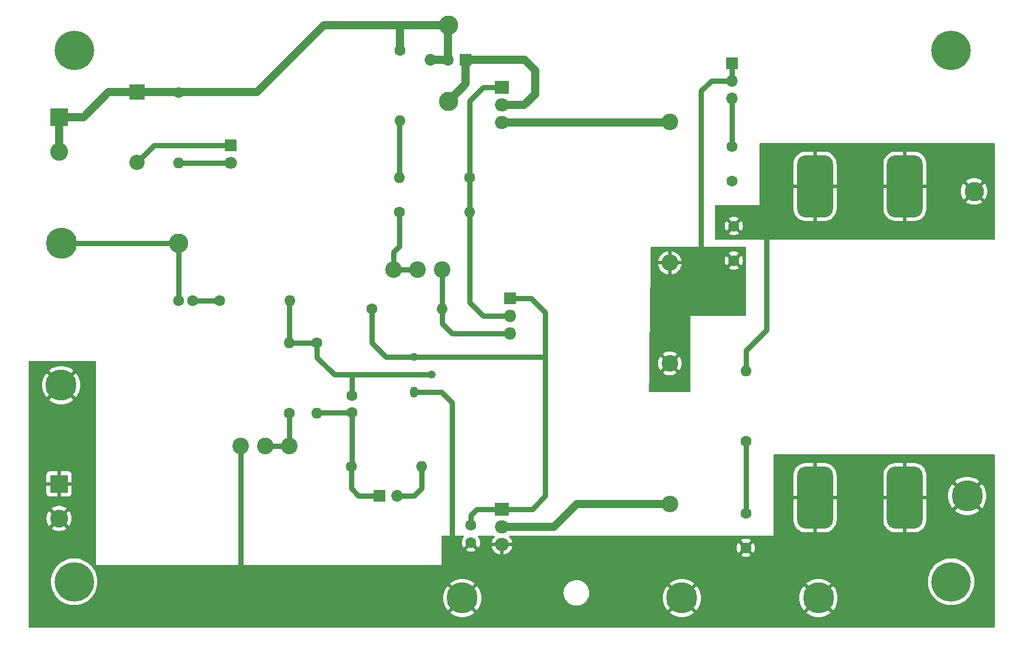
<source format=gbr>
%TF.GenerationSoftware,KiCad,Pcbnew,(7.0.0)*%
%TF.CreationDate,2023-03-04T17:30:07+02:00*%
%TF.ProjectId,amplif de putere,616d706c-6966-4206-9465-207075746572,rev?*%
%TF.SameCoordinates,Original*%
%TF.FileFunction,Copper,L1,Top*%
%TF.FilePolarity,Positive*%
%FSLAX46Y46*%
G04 Gerber Fmt 4.6, Leading zero omitted, Abs format (unit mm)*
G04 Created by KiCad (PCBNEW (7.0.0)) date 2023-03-04 17:30:07*
%MOMM*%
%LPD*%
G01*
G04 APERTURE LIST*
G04 Aperture macros list*
%AMRoundRect*
0 Rectangle with rounded corners*
0 $1 Rounding radius*
0 $2 $3 $4 $5 $6 $7 $8 $9 X,Y pos of 4 corners*
0 Add a 4 corners polygon primitive as box body*
4,1,4,$2,$3,$4,$5,$6,$7,$8,$9,$2,$3,0*
0 Add four circle primitives for the rounded corners*
1,1,$1+$1,$2,$3*
1,1,$1+$1,$4,$5*
1,1,$1+$1,$6,$7*
1,1,$1+$1,$8,$9*
0 Add four rect primitives between the rounded corners*
20,1,$1+$1,$2,$3,$4,$5,0*
20,1,$1+$1,$4,$5,$6,$7,0*
20,1,$1+$1,$6,$7,$8,$9,0*
20,1,$1+$1,$8,$9,$2,$3,0*%
G04 Aperture macros list end*
%TA.AperFunction,ComponentPad*%
%ADD10R,1.800000X1.800000*%
%TD*%
%TA.AperFunction,ComponentPad*%
%ADD11C,1.800000*%
%TD*%
%TA.AperFunction,ComponentPad*%
%ADD12C,1.600000*%
%TD*%
%TA.AperFunction,ComponentPad*%
%ADD13O,1.600000X1.600000*%
%TD*%
%TA.AperFunction,ConnectorPad*%
%ADD14C,5.700000*%
%TD*%
%TA.AperFunction,ComponentPad*%
%ADD15C,3.600000*%
%TD*%
%TA.AperFunction,ComponentPad*%
%ADD16C,2.400000*%
%TD*%
%TA.AperFunction,ComponentPad*%
%ADD17C,4.500000*%
%TD*%
%TA.AperFunction,ComponentPad*%
%ADD18O,2.400000X2.400000*%
%TD*%
%TA.AperFunction,ComponentPad*%
%ADD19R,1.700000X1.700000*%
%TD*%
%TA.AperFunction,ComponentPad*%
%ADD20O,1.700000X1.700000*%
%TD*%
%TA.AperFunction,ComponentPad*%
%ADD21C,2.800000*%
%TD*%
%TA.AperFunction,SMDPad,CuDef*%
%ADD22RoundRect,1.300000X1.300000X-3.200000X1.300000X3.200000X-1.300000X3.200000X-1.300000X-3.200000X0*%
%TD*%
%TA.AperFunction,ComponentPad*%
%ADD23R,2.000000X1.905000*%
%TD*%
%TA.AperFunction,ComponentPad*%
%ADD24O,2.000000X1.905000*%
%TD*%
%TA.AperFunction,ComponentPad*%
%ADD25R,2.600000X2.600000*%
%TD*%
%TA.AperFunction,ComponentPad*%
%ADD26C,2.600000*%
%TD*%
%TA.AperFunction,ComponentPad*%
%ADD27R,2.200000X2.200000*%
%TD*%
%TA.AperFunction,ComponentPad*%
%ADD28O,2.200000X2.200000*%
%TD*%
%TA.AperFunction,ComponentPad*%
%ADD29O,1.800000X1.800000*%
%TD*%
%TA.AperFunction,ComponentPad*%
%ADD30O,1.200000X1.600000*%
%TD*%
%TA.AperFunction,ComponentPad*%
%ADD31O,1.200000X1.200000*%
%TD*%
%TA.AperFunction,Conductor*%
%ADD32C,0.800000*%
%TD*%
%TA.AperFunction,Conductor*%
%ADD33C,1.200000*%
%TD*%
G04 APERTURE END LIST*
D10*
%TO.P,D1,1,K*%
%TO.N,GND*%
X110485874Y-70368924D03*
D11*
%TO.P,D1,2,A*%
%TO.N,Net-(D1-Pad2)*%
X110485875Y-72908925D03*
%TD*%
D12*
%TO.P,C3,1*%
%TO.N,Net-(C3-Pad1)*%
X183250000Y-87000000D03*
%TO.P,C3,2*%
%TO.N,Net-(C3-Pad2)*%
X183250000Y-82000000D03*
%TD*%
%TO.P,R2,1*%
%TO.N,Net-(P2-Pad1)*%
X119000000Y-109080000D03*
D13*
%TO.P,R2,2*%
%TO.N,Net-(Ccmp1-Pad2)*%
X118999999Y-98919999D03*
%TD*%
D14*
%TO.P,H1,1*%
%TO.N,N/C*%
X214680000Y-133400000D03*
D15*
X214680000Y-133400000D03*
%TD*%
D16*
%TO.P,P2,1,1*%
%TO.N,Net-(P2-Pad1)*%
X118989602Y-113802184D03*
%TO.P,P2,2,2*%
X115489602Y-113802184D03*
%TO.P,P2,3,3*%
%TO.N,GND*%
X111989602Y-113802184D03*
%TD*%
D14*
%TO.P,H3,1*%
%TO.N,N/C*%
X214680000Y-56600000D03*
D15*
X214680000Y-56600000D03*
%TD*%
D17*
%TO.P,TP8,1,1*%
%TO.N,GND*%
X144000000Y-135750000D03*
%TD*%
D14*
%TO.P,H4,1*%
%TO.N,N/C*%
X87880000Y-133400000D03*
D15*
X87880000Y-133400000D03*
%TD*%
D16*
%TO.P,R9,1*%
%TO.N,Net-(C3-Pad1)*%
X174000000Y-101840000D03*
D18*
%TO.P,R9,2*%
%TO.N,Net-(Q3-Pad2)*%
X173999999Y-122159999D03*
%TD*%
D16*
%TO.P,R8,1*%
%TO.N,Net-(Q2-Pad3)*%
X174000000Y-67000000D03*
D18*
%TO.P,R8,2*%
%TO.N,Net-(C3-Pad1)*%
X173999999Y-87319999D03*
%TD*%
D17*
%TO.P,TP7,1,1*%
%TO.N,GND*%
X217000000Y-121000000D03*
%TD*%
D12*
%TO.P,R4,1*%
%TO.N,Net-(Ccmp2-Pad2)*%
X130920000Y-94000000D03*
D13*
%TO.P,R4,2*%
%TO.N,Net-(P1-Pad3)*%
X141079999Y-93999999D03*
%TD*%
D19*
%TO.P,J1,1,Pin_1*%
%TO.N,Net-(C3-Pad1)*%
X182999999Y-58474999D03*
D20*
%TO.P,J1,2,Pin_2*%
X182999999Y-61014999D03*
%TO.P,J1,3,Pin_3*%
%TO.N,Net-(C2-Pad2)*%
X182999999Y-63554999D03*
%TD*%
D17*
%TO.P,TP6,1,1*%
%TO.N,GND*%
X86000000Y-105000000D03*
%TD*%
D21*
%TO.P,TP4,1,1*%
%TO.N,Net-(C3-Pad2)*%
X218000000Y-77000000D03*
%TD*%
D22*
%TO.P,RL2,1*%
%TO.N,GND*%
X208000000Y-121250000D03*
%TO.P,RL2,2*%
%TO.N,Net-(C3-Pad2)*%
X208000000Y-76250000D03*
%TD*%
D17*
%TO.P,TP9,1,1*%
%TO.N,GND*%
X175750000Y-135750000D03*
%TD*%
D12*
%TO.P,C1,1*%
%TO.N,IN*%
X103000000Y-92750000D03*
%TO.P,C1,2*%
%TO.N,Net-(C1-Pad2)*%
X105000000Y-92750000D03*
%TD*%
%TO.P,R7,1*%
%TO.N,VDC*%
X135000000Y-56670000D03*
D13*
%TO.P,R7,2*%
%TO.N,Net-(C2-Pad1)*%
X134999999Y-66829999D03*
%TD*%
D21*
%TO.P,TP2,1,1*%
%TO.N,VDC*%
X142000000Y-53000000D03*
%TD*%
D12*
%TO.P,R1,1*%
%TO.N,Net-(C1-Pad2)*%
X108920000Y-92750000D03*
D13*
%TO.P,R1,2*%
%TO.N,Net-(Ccmp1-Pad2)*%
X119079999Y-92749999D03*
%TD*%
D12*
%TO.P,R10,1*%
%TO.N,VDC*%
X103000000Y-62744485D03*
D13*
%TO.P,R10,2*%
%TO.N,Net-(D1-Pad2)*%
X102999999Y-72904484D03*
%TD*%
D23*
%TO.P,Q3,1,B*%
%TO.N,Net-(Ccmp2-Pad2)*%
X149729999Y-122919999D03*
D24*
%TO.P,Q3,2,C*%
%TO.N,Net-(Q3-Pad2)*%
X149729999Y-125459999D03*
%TO.P,Q3,3,E*%
%TO.N,GND*%
X149729999Y-127999999D03*
%TD*%
D25*
%TO.P,J5,1,Pin_1*%
%TO.N,GND*%
X85694999Y-119249999D03*
D26*
%TO.P,J5,2,Pin_2*%
X85695000Y-124250000D03*
%TD*%
D16*
%TO.P,P1,1,1*%
%TO.N,Net-(P1-Pad1)*%
X134055906Y-88264202D03*
%TO.P,P1,2,2*%
X137555906Y-88264202D03*
%TO.P,P1,3,3*%
%TO.N,Net-(P1-Pad3)*%
X141055906Y-88264202D03*
%TD*%
D12*
%TO.P,Rcmp2,1*%
%TO.N,Net-(Ccmp3-Pad2)*%
X185000000Y-113080000D03*
D13*
%TO.P,Rcmp2,2*%
%TO.N,Net-(C3-Pad2)*%
X184999999Y-102919999D03*
%TD*%
D21*
%TO.P,TP1,1,1*%
%TO.N,IN*%
X103000000Y-84500000D03*
%TD*%
D12*
%TO.P,C2,1*%
%TO.N,Net-(C2-Pad1)*%
X183000000Y-75500000D03*
%TO.P,C2,2*%
%TO.N,Net-(C2-Pad2)*%
X183000000Y-70500000D03*
%TD*%
D27*
%TO.P,D2,1,K*%
%TO.N,VDC*%
X96999999Y-62669999D03*
D28*
%TO.P,D2,2,A*%
%TO.N,GND*%
X96999999Y-72829999D03*
%TD*%
D12*
%TO.P,R5,1*%
%TO.N,Net-(P1-Pad1)*%
X134920000Y-80000000D03*
D13*
%TO.P,R5,2*%
%TO.N,Net-(Q2-Pad1)*%
X145079999Y-79999999D03*
%TD*%
D14*
%TO.P,H2,1*%
%TO.N,N/C*%
X87880000Y-56600000D03*
D15*
X87880000Y-56600000D03*
%TD*%
D12*
%TO.P,Ccmp2,1*%
%TO.N,GND*%
X145250000Y-127750000D03*
%TO.P,Ccmp2,2*%
%TO.N,Net-(Ccmp2-Pad2)*%
X145250000Y-125250000D03*
%TD*%
%TO.P,R6,1*%
%TO.N,Net-(Q2-Pad1)*%
X145080000Y-75000000D03*
D13*
%TO.P,R6,2*%
%TO.N,Net-(C2-Pad1)*%
X134919999Y-74999999D03*
%TD*%
D10*
%TO.P,Q4,1,E*%
%TO.N,Net-(Ccmp2-Pad2)*%
X150879999Y-92459999D03*
D29*
%TO.P,Q4,2,C*%
%TO.N,Net-(Q2-Pad1)*%
X150879999Y-94999999D03*
%TO.P,Q4,3,B*%
%TO.N,Net-(P1-Pad3)*%
X150879999Y-97539999D03*
%TD*%
D12*
%TO.P,R3,1*%
%TO.N,Net-(Ccmp1-Pad2)*%
X123000000Y-98920000D03*
D13*
%TO.P,R3,2*%
%TO.N,Net-(Ccmp1-Pad1)*%
X122999999Y-109079999D03*
%TD*%
D17*
%TO.P,TP5,1,1*%
%TO.N,GND*%
X195500000Y-135750000D03*
%TD*%
D19*
%TO.P,J3,1,Pin_1*%
%TO.N,Net-(Ccmp1-Pad1)*%
X131999999Y-120999999D03*
D20*
%TO.P,J3,2,Pin_2*%
%TO.N,Net-(C3-Pad1)*%
X134539999Y-120999999D03*
%TD*%
D12*
%TO.P,Ccmp3,1*%
%TO.N,GND*%
X185000000Y-128500000D03*
%TO.P,Ccmp3,2*%
%TO.N,Net-(Ccmp3-Pad2)*%
X185000000Y-123500000D03*
%TD*%
D25*
%TO.P,J4,1,Pin_1*%
%TO.N,VDC*%
X85694999Y-66249999D03*
D26*
%TO.P,J4,2,Pin_2*%
X85695000Y-71250000D03*
%TD*%
D19*
%TO.P,J2,1,Pin_1*%
%TO.N,Net-(J2-Pad1)*%
X144499999Y-57999999D03*
D20*
%TO.P,J2,2,Pin_2*%
%TO.N,VDC*%
X141959999Y-57999999D03*
%TO.P,J2,3,Pin_3*%
X139419999Y-57999999D03*
%TD*%
D22*
%TO.P,RL1,1*%
%TO.N,GND*%
X195000000Y-121250000D03*
%TO.P,RL1,2*%
%TO.N,Net-(C3-Pad2)*%
X195000000Y-76250000D03*
%TD*%
D21*
%TO.P,TP3,1,1*%
%TO.N,Net-(J2-Pad1)*%
X141975000Y-64000000D03*
%TD*%
D17*
%TO.P,J6,1,Pin_1*%
%TO.N,IN*%
X86029188Y-84500000D03*
%TD*%
D12*
%TO.P,Rcmp1,1*%
%TO.N,Net-(Ccmp1-Pad1)*%
X127920000Y-116750000D03*
D13*
%TO.P,Rcmp1,2*%
%TO.N,Net-(C3-Pad1)*%
X138079999Y-116749999D03*
%TD*%
D12*
%TO.P,Ccmp1,1*%
%TO.N,Net-(Ccmp1-Pad1)*%
X128000000Y-109000000D03*
%TO.P,Ccmp1,2*%
%TO.N,Net-(Ccmp1-Pad2)*%
X128000000Y-106500000D03*
%TD*%
D30*
%TO.P,Q1,1,E*%
%TO.N,GND*%
X136999999Y-105999999D03*
D31*
%TO.P,Q1,2,B*%
%TO.N,Net-(Ccmp1-Pad2)*%
X139539999Y-103459999D03*
%TO.P,Q1,3,C*%
%TO.N,Net-(Ccmp2-Pad2)*%
X136999999Y-100919999D03*
%TD*%
D23*
%TO.P,Q2,1,B*%
%TO.N,Net-(Q2-Pad1)*%
X149729999Y-61999999D03*
D24*
%TO.P,Q2,2,C*%
%TO.N,Net-(J2-Pad1)*%
X149729999Y-64539999D03*
%TO.P,Q2,3,E*%
%TO.N,Net-(Q2-Pad3)*%
X149729999Y-67079999D03*
%TD*%
D32*
%TO.N,GND*%
X99461075Y-70368925D02*
X97000000Y-72830000D01*
X110485875Y-70368925D02*
X99461075Y-70368925D01*
%TO.N,Net-(D1-Pad2)*%
X103004440Y-72908925D02*
X103000000Y-72904485D01*
X110485875Y-72908925D02*
X103004440Y-72908925D01*
%TO.N,IN*%
X103000000Y-84500000D02*
X86029188Y-84500000D01*
X103000000Y-84500000D02*
X103000000Y-92750000D01*
%TO.N,GND*%
X97024663Y-72854663D02*
X97000000Y-72830000D01*
X112000000Y-135000000D02*
X111989602Y-134989602D01*
X111989602Y-113802184D02*
X111989602Y-134989602D01*
%TO.N,Net-(C1-Pad2)*%
X105000000Y-92750000D02*
X108920000Y-92750000D01*
%TO.N,Net-(C2-Pad1)*%
X135000000Y-66830000D02*
X134920000Y-66910000D01*
X134920000Y-66910000D02*
X134920000Y-75000000D01*
%TO.N,Net-(C2-Pad2)*%
X183000000Y-70500000D02*
X183000000Y-63555000D01*
X183000000Y-63555000D02*
X183055000Y-63500000D01*
%TO.N,Net-(C3-Pad1)*%
X179985000Y-61015000D02*
X178500000Y-62500000D01*
X135000000Y-121000000D02*
X137000000Y-121000000D01*
X137000000Y-121000000D02*
X138080000Y-119920000D01*
X183000000Y-58475000D02*
X183000000Y-61015000D01*
X138080000Y-119920000D02*
X138080000Y-116750000D01*
X178500000Y-62500000D02*
X178500000Y-87000000D01*
X183000000Y-61015000D02*
X179985000Y-61015000D01*
%TO.N,Net-(C3-Pad2)*%
X188000000Y-97000000D02*
X188000000Y-84000000D01*
X185000000Y-100000000D02*
X188000000Y-97000000D01*
X185000000Y-102920000D02*
X185000000Y-100000000D01*
%TO.N,Net-(Ccmp1-Pad1)*%
X123080000Y-109000000D02*
X123000000Y-109080000D01*
X129000000Y-121000000D02*
X127920000Y-119920000D01*
X132000000Y-121000000D02*
X129000000Y-121000000D01*
X128000000Y-109000000D02*
X123080000Y-109000000D01*
X127920000Y-119920000D02*
X127920000Y-116750000D01*
X128000000Y-116000000D02*
X128000000Y-109000000D01*
%TO.N,Net-(Ccmp1-Pad2)*%
X128000000Y-106500000D02*
X128000000Y-103460000D01*
X125460000Y-103460000D02*
X123000000Y-101000000D01*
X119000000Y-98920000D02*
X119000000Y-92830000D01*
X119000000Y-98920000D02*
X123000000Y-98920000D01*
X119000000Y-92830000D02*
X119080000Y-92750000D01*
X129540000Y-103460000D02*
X125460000Y-103460000D01*
X123000000Y-101000000D02*
X123000000Y-98920000D01*
X128000000Y-103460000D02*
X129540000Y-103460000D01*
X129540000Y-103460000D02*
X139540000Y-103460000D01*
%TO.N,GND*%
X142479511Y-131479511D02*
X142479511Y-107479511D01*
X143000000Y-132000000D02*
X142479511Y-131479511D01*
X141000000Y-106000000D02*
X137000000Y-106000000D01*
X142479511Y-107479511D02*
X141000000Y-106000000D01*
%TO.N,Net-(Ccmp2-Pad2)*%
X150804780Y-92384780D02*
X150880000Y-92460000D01*
X137000000Y-100920000D02*
X132920000Y-100920000D01*
X132920000Y-100920000D02*
X130920000Y-98920000D01*
X150880000Y-92460000D02*
X153960000Y-92460000D01*
X149708618Y-122941382D02*
X149730000Y-122920000D01*
X153960000Y-92460000D02*
X156000000Y-94500000D01*
X156000000Y-94500000D02*
X156000000Y-101000000D01*
X137000000Y-100920000D02*
X155920000Y-100920000D01*
X156000000Y-101000000D02*
X156000000Y-121000000D01*
X155920000Y-100920000D02*
X156000000Y-101000000D01*
X145250000Y-123750000D02*
X146080000Y-122920000D01*
X154080000Y-122920000D02*
X149730000Y-122920000D01*
X130920000Y-98920000D02*
X130920000Y-94000000D01*
X156000000Y-121000000D02*
X154080000Y-122920000D01*
X145250000Y-125250000D02*
X145250000Y-123750000D01*
X146080000Y-122920000D02*
X149730000Y-122920000D01*
%TO.N,Net-(Ccmp3-Pad2)*%
X185000000Y-113080000D02*
X185000000Y-123500000D01*
D33*
%TO.N,VDC*%
X141960000Y-58000000D02*
X141960000Y-53040000D01*
X92830000Y-62670000D02*
X97000000Y-62670000D01*
X134500000Y-53000000D02*
X142000000Y-53000000D01*
X139420000Y-58000000D02*
X141960000Y-58000000D01*
D32*
X141985000Y-53015000D02*
X142000000Y-53000000D01*
D33*
X85695000Y-66250000D02*
X89250000Y-66250000D01*
X97000000Y-62670000D02*
X107000000Y-62670000D01*
X135000000Y-56670000D02*
X135000000Y-53500000D01*
X89250000Y-66250000D02*
X92830000Y-62670000D01*
X107000000Y-62670000D02*
X114330000Y-62670000D01*
X124000000Y-53000000D02*
X134500000Y-53000000D01*
X114330000Y-62670000D02*
X124000000Y-53000000D01*
X85695000Y-66250000D02*
X85695000Y-71250000D01*
X141960000Y-53040000D02*
X142000000Y-53000000D01*
%TO.N,Net-(J2-Pad1)*%
X154500000Y-63000000D02*
X152960000Y-64540000D01*
X152960000Y-64540000D02*
X149730000Y-64540000D01*
X144500000Y-61475000D02*
X144500000Y-58000000D01*
X144500000Y-58000000D02*
X153000000Y-58000000D01*
X153000000Y-58000000D02*
X154500000Y-59500000D01*
X154500000Y-59500000D02*
X154500000Y-63000000D01*
X141975000Y-64000000D02*
X144500000Y-61475000D01*
D32*
%TO.N,Net-(P1-Pad1)*%
X134920000Y-80000000D02*
X134920000Y-84920000D01*
X134920000Y-84920000D02*
X134055906Y-85784094D01*
X137805906Y-88014202D02*
X137555906Y-88264202D01*
X134055906Y-85784094D02*
X134055906Y-88264202D01*
X137555906Y-88264202D02*
X134055906Y-88264202D01*
%TO.N,Net-(P1-Pad3)*%
X141080000Y-88288296D02*
X141055906Y-88264202D01*
X141080000Y-94000000D02*
X141080000Y-88288296D01*
X142540000Y-97540000D02*
X150880000Y-97540000D01*
X141080000Y-96080000D02*
X142540000Y-97540000D01*
X141080000Y-94000000D02*
X141080000Y-96080000D01*
%TO.N,Net-(P2-Pad1)*%
X118989602Y-109090398D02*
X119000000Y-109080000D01*
X118989602Y-113802184D02*
X115489602Y-113802184D01*
X118989602Y-113802184D02*
X118989602Y-109090398D01*
%TO.N,Net-(Q2-Pad1)*%
X147000000Y-95000000D02*
X145080000Y-93080000D01*
X150880000Y-95000000D02*
X147000000Y-95000000D01*
X145080000Y-63920000D02*
X145080000Y-72000000D01*
X149730000Y-62000000D02*
X147000000Y-62000000D01*
X145080000Y-93080000D02*
X145080000Y-76000000D01*
X145080000Y-76000000D02*
X145080000Y-72000000D01*
X147000000Y-62000000D02*
X145080000Y-63920000D01*
D33*
%TO.N,Net-(Q2-Pad3)*%
X149730000Y-67080000D02*
X173920000Y-67080000D01*
D32*
X173920000Y-67080000D02*
X174000000Y-67000000D01*
X149810000Y-67000000D02*
X149730000Y-67080000D01*
D33*
%TO.N,Net-(Q3-Pad2)*%
X149730000Y-125460000D02*
X157290000Y-125460000D01*
X157290000Y-125460000D02*
X160590000Y-122160000D01*
X160590000Y-122160000D02*
X174000000Y-122160000D01*
%TD*%
%TA.AperFunction,Conductor*%
%TO.N,GND*%
G36*
X90937000Y-101516881D02*
G01*
X90983119Y-101563000D01*
X91000000Y-101626000D01*
X91000000Y-131000000D01*
X91016590Y-131000000D01*
X140983410Y-131000000D01*
X141000000Y-131000000D01*
X141000000Y-129586770D01*
X184275860Y-129586770D01*
X184283414Y-129595014D01*
X184338996Y-129633933D01*
X184348482Y-129639410D01*
X184545946Y-129731489D01*
X184556238Y-129735235D01*
X184766687Y-129791625D01*
X184777480Y-129793528D01*
X184994525Y-129812517D01*
X185005475Y-129812517D01*
X185222519Y-129793528D01*
X185233312Y-129791625D01*
X185443761Y-129735235D01*
X185454053Y-129731489D01*
X185651510Y-129639413D01*
X185661006Y-129633931D01*
X185716586Y-129595013D01*
X185724138Y-129586771D01*
X185718128Y-129577338D01*
X185011729Y-128870939D01*
X184999999Y-128864167D01*
X184988271Y-128870938D01*
X184281867Y-129577341D01*
X184275860Y-129586770D01*
X141000000Y-129586770D01*
X141000000Y-128836770D01*
X144525860Y-128836770D01*
X144533414Y-128845014D01*
X144588996Y-128883933D01*
X144598482Y-128889410D01*
X144795946Y-128981489D01*
X144806238Y-128985235D01*
X145016687Y-129041625D01*
X145027480Y-129043528D01*
X145244525Y-129062517D01*
X145255475Y-129062517D01*
X145472519Y-129043528D01*
X145483312Y-129041625D01*
X145693761Y-128985235D01*
X145704053Y-128981489D01*
X145901510Y-128889413D01*
X145911006Y-128883931D01*
X145966586Y-128845013D01*
X145974138Y-128836771D01*
X145968128Y-128827338D01*
X145261729Y-128120939D01*
X145249999Y-128114167D01*
X145238271Y-128120938D01*
X144531867Y-128827341D01*
X144525860Y-128836770D01*
X141000000Y-128836770D01*
X141000000Y-126876000D01*
X141016881Y-126813000D01*
X141063000Y-126766881D01*
X141126000Y-126750000D01*
X144111391Y-126750000D01*
X144176756Y-126768281D01*
X144223154Y-126817820D01*
X144237121Y-126884241D01*
X144214604Y-126948271D01*
X144116068Y-127088993D01*
X144110586Y-127098489D01*
X144018510Y-127295946D01*
X144014764Y-127306238D01*
X143958374Y-127516687D01*
X143956471Y-127527480D01*
X143937483Y-127744525D01*
X143937483Y-127755475D01*
X143956471Y-127972519D01*
X143958374Y-127983312D01*
X144014764Y-128193761D01*
X144018510Y-128204053D01*
X144110587Y-128401513D01*
X144116066Y-128411002D01*
X144154985Y-128466586D01*
X144163227Y-128474138D01*
X144172659Y-128468129D01*
X145160904Y-127479884D01*
X145217388Y-127447272D01*
X145282610Y-127447272D01*
X145339094Y-127479884D01*
X146327338Y-128468128D01*
X146336771Y-128474138D01*
X146345013Y-128466586D01*
X146383931Y-128411006D01*
X146389413Y-128401510D01*
X146451885Y-128267538D01*
X148246450Y-128267538D01*
X148260981Y-128354620D01*
X148263531Y-128364690D01*
X148338736Y-128583755D01*
X148342911Y-128593272D01*
X148453148Y-128796972D01*
X148458827Y-128805665D01*
X148601092Y-128988448D01*
X148608129Y-128996092D01*
X148778528Y-129152954D01*
X148786735Y-129159342D01*
X148980631Y-129286020D01*
X148989772Y-129290967D01*
X149201880Y-129384007D01*
X149211696Y-129387377D01*
X149436241Y-129444239D01*
X149446477Y-129445947D01*
X149458588Y-129446950D01*
X149472220Y-129444288D01*
X149476000Y-129430921D01*
X149984000Y-129430921D01*
X149987779Y-129444288D01*
X150001411Y-129446950D01*
X150013522Y-129445947D01*
X150023758Y-129444239D01*
X150248303Y-129387377D01*
X150258119Y-129384007D01*
X150470227Y-129290967D01*
X150479368Y-129286020D01*
X150673264Y-129159342D01*
X150681471Y-129152954D01*
X150851870Y-128996092D01*
X150858907Y-128988448D01*
X151001172Y-128805665D01*
X151006851Y-128796972D01*
X151117088Y-128593272D01*
X151121263Y-128583755D01*
X151148137Y-128505475D01*
X183687483Y-128505475D01*
X183706471Y-128722519D01*
X183708374Y-128733312D01*
X183764764Y-128943761D01*
X183768510Y-128954053D01*
X183860587Y-129151513D01*
X183866066Y-129161002D01*
X183904985Y-129216586D01*
X183913228Y-129224138D01*
X183922656Y-129218132D01*
X184629059Y-128511730D01*
X184635832Y-128499999D01*
X185364167Y-128499999D01*
X185370939Y-128511729D01*
X186077338Y-129218128D01*
X186086771Y-129224138D01*
X186095013Y-129216586D01*
X186133931Y-129161006D01*
X186139413Y-129151510D01*
X186231489Y-128954053D01*
X186235235Y-128943761D01*
X186291625Y-128733312D01*
X186293528Y-128722519D01*
X186312517Y-128505475D01*
X186312517Y-128494525D01*
X186293528Y-128277480D01*
X186291625Y-128266687D01*
X186235235Y-128056238D01*
X186231489Y-128045946D01*
X186139410Y-127848482D01*
X186133933Y-127838996D01*
X186095014Y-127783414D01*
X186086770Y-127775860D01*
X186077341Y-127781867D01*
X185370938Y-128488271D01*
X185364167Y-128499999D01*
X184635832Y-128499999D01*
X184629060Y-128488270D01*
X183922659Y-127781869D01*
X183913227Y-127775860D01*
X183904985Y-127783413D01*
X183866067Y-127838995D01*
X183860587Y-127848485D01*
X183768510Y-128045946D01*
X183764764Y-128056238D01*
X183708374Y-128266687D01*
X183706471Y-128277480D01*
X183687483Y-128494525D01*
X183687483Y-128505475D01*
X151148137Y-128505475D01*
X151196468Y-128364690D01*
X151199018Y-128354620D01*
X151213549Y-128267538D01*
X151212973Y-128256401D01*
X151202081Y-128254000D01*
X150000590Y-128254000D01*
X149987506Y-128257506D01*
X149984000Y-128270590D01*
X149984000Y-129430921D01*
X149476000Y-129430921D01*
X149476000Y-128270590D01*
X149472493Y-128257506D01*
X149459410Y-128254000D01*
X148257919Y-128254000D01*
X148247026Y-128256401D01*
X148246450Y-128267538D01*
X146451885Y-128267538D01*
X146481489Y-128204053D01*
X146485235Y-128193761D01*
X146541625Y-127983312D01*
X146543528Y-127972519D01*
X146562517Y-127755475D01*
X146562517Y-127744525D01*
X146543528Y-127527480D01*
X146541625Y-127516687D01*
X146485235Y-127306238D01*
X146481489Y-127295946D01*
X146389413Y-127098489D01*
X146383931Y-127088993D01*
X146285396Y-126948271D01*
X146262879Y-126884241D01*
X146276846Y-126817820D01*
X146323244Y-126768281D01*
X146388609Y-126750000D01*
X148561038Y-126750000D01*
X148619167Y-126764210D01*
X148664185Y-126803635D01*
X148685937Y-126859382D01*
X148679518Y-126918877D01*
X148646375Y-126968701D01*
X148608129Y-127003908D01*
X148601092Y-127011551D01*
X148458827Y-127194334D01*
X148453148Y-127203027D01*
X148342911Y-127406727D01*
X148338736Y-127416244D01*
X148263531Y-127635309D01*
X148260981Y-127645379D01*
X148246450Y-127732461D01*
X148247026Y-127743598D01*
X148257919Y-127746000D01*
X151202081Y-127746000D01*
X151212973Y-127743598D01*
X151213549Y-127732461D01*
X151199018Y-127645379D01*
X151196468Y-127635309D01*
X151121263Y-127416244D01*
X151119939Y-127413227D01*
X184275860Y-127413227D01*
X184281869Y-127422659D01*
X184988270Y-128129060D01*
X184999999Y-128135832D01*
X185011730Y-128129059D01*
X185718132Y-127422656D01*
X185724138Y-127413228D01*
X185716586Y-127404985D01*
X185661002Y-127366066D01*
X185651513Y-127360587D01*
X185454053Y-127268510D01*
X185443761Y-127264764D01*
X185233312Y-127208374D01*
X185222519Y-127206471D01*
X185005475Y-127187483D01*
X184994525Y-127187483D01*
X184777480Y-127206471D01*
X184766687Y-127208374D01*
X184556238Y-127264764D01*
X184545946Y-127268510D01*
X184348485Y-127360587D01*
X184338995Y-127366067D01*
X184283413Y-127404985D01*
X184275860Y-127413227D01*
X151119939Y-127413227D01*
X151117088Y-127406727D01*
X151006851Y-127203027D01*
X151001172Y-127194334D01*
X150858907Y-127011551D01*
X150851870Y-127003908D01*
X150813625Y-126968701D01*
X150780482Y-126918877D01*
X150774063Y-126859382D01*
X150795815Y-126803635D01*
X150840833Y-126764210D01*
X150898962Y-126750000D01*
X188983410Y-126750000D01*
X189000000Y-126750000D01*
X189000000Y-124538498D01*
X191892001Y-124538498D01*
X191892100Y-124542056D01*
X191898098Y-124648880D01*
X191899097Y-124657056D01*
X191947830Y-124914616D01*
X191950268Y-124923714D01*
X192036647Y-125170572D01*
X192040415Y-125179209D01*
X192162624Y-125410438D01*
X192167629Y-125418404D01*
X192322946Y-125628853D01*
X192329079Y-125635978D01*
X192514021Y-125820920D01*
X192521146Y-125827053D01*
X192731595Y-125982370D01*
X192739561Y-125987375D01*
X192970790Y-126109584D01*
X192979427Y-126113352D01*
X193226285Y-126199731D01*
X193235383Y-126202169D01*
X193492942Y-126250902D01*
X193501120Y-126251901D01*
X193607944Y-126257900D01*
X193611501Y-126258000D01*
X194729410Y-126258000D01*
X194742493Y-126254493D01*
X194746000Y-126241410D01*
X194746000Y-126241409D01*
X195254000Y-126241409D01*
X195257506Y-126254492D01*
X195270590Y-126257999D01*
X196388498Y-126257999D01*
X196392056Y-126257899D01*
X196498880Y-126251901D01*
X196507056Y-126250902D01*
X196764616Y-126202169D01*
X196773714Y-126199731D01*
X197020572Y-126113352D01*
X197029209Y-126109584D01*
X197260438Y-125987375D01*
X197268404Y-125982370D01*
X197478853Y-125827053D01*
X197485978Y-125820920D01*
X197670920Y-125635978D01*
X197677053Y-125628853D01*
X197832370Y-125418404D01*
X197837375Y-125410438D01*
X197959584Y-125179209D01*
X197963352Y-125170572D01*
X198049731Y-124923714D01*
X198052169Y-124914616D01*
X198100902Y-124657057D01*
X198101901Y-124648879D01*
X198107900Y-124542055D01*
X198108000Y-124538499D01*
X198108000Y-124538498D01*
X204892001Y-124538498D01*
X204892100Y-124542056D01*
X204898098Y-124648880D01*
X204899097Y-124657056D01*
X204947830Y-124914616D01*
X204950268Y-124923714D01*
X205036647Y-125170572D01*
X205040415Y-125179209D01*
X205162624Y-125410438D01*
X205167629Y-125418404D01*
X205322946Y-125628853D01*
X205329079Y-125635978D01*
X205514021Y-125820920D01*
X205521146Y-125827053D01*
X205731595Y-125982370D01*
X205739561Y-125987375D01*
X205970790Y-126109584D01*
X205979427Y-126113352D01*
X206226285Y-126199731D01*
X206235383Y-126202169D01*
X206492942Y-126250902D01*
X206501120Y-126251901D01*
X206607944Y-126257900D01*
X206611501Y-126258000D01*
X207729410Y-126258000D01*
X207742493Y-126254493D01*
X207746000Y-126241410D01*
X207746000Y-126241409D01*
X208254000Y-126241409D01*
X208257506Y-126254492D01*
X208270590Y-126257999D01*
X209388498Y-126257999D01*
X209392056Y-126257899D01*
X209498880Y-126251901D01*
X209507056Y-126250902D01*
X209764616Y-126202169D01*
X209773714Y-126199731D01*
X210020572Y-126113352D01*
X210029209Y-126109584D01*
X210260438Y-125987375D01*
X210268404Y-125982370D01*
X210478853Y-125827053D01*
X210485978Y-125820920D01*
X210670920Y-125635978D01*
X210677053Y-125628853D01*
X210832370Y-125418404D01*
X210837375Y-125410438D01*
X210959584Y-125179209D01*
X210963352Y-125170572D01*
X211049731Y-124923714D01*
X211052169Y-124914616D01*
X211100902Y-124657057D01*
X211101901Y-124648879D01*
X211107900Y-124542055D01*
X211108000Y-124538499D01*
X211108000Y-123121965D01*
X215242763Y-123121965D01*
X215250964Y-123133349D01*
X215427408Y-123271583D01*
X215433678Y-123275911D01*
X215712690Y-123444579D01*
X215719426Y-123448115D01*
X216016736Y-123581923D01*
X216023848Y-123584621D01*
X216335128Y-123681619D01*
X216342505Y-123683438D01*
X216663209Y-123742209D01*
X216670749Y-123743124D01*
X216996198Y-123762811D01*
X217003802Y-123762811D01*
X217329250Y-123743124D01*
X217336790Y-123742209D01*
X217657494Y-123683438D01*
X217664871Y-123681619D01*
X217976151Y-123584621D01*
X217983263Y-123581923D01*
X218280573Y-123448115D01*
X218287309Y-123444579D01*
X218566332Y-123275904D01*
X218572577Y-123271594D01*
X218749035Y-123133348D01*
X218757235Y-123121965D01*
X218750466Y-123109676D01*
X217011729Y-121370939D01*
X217000000Y-121364167D01*
X216988270Y-121370939D01*
X215249532Y-123109676D01*
X215242763Y-123121965D01*
X211108000Y-123121965D01*
X211108000Y-121520590D01*
X211104493Y-121507506D01*
X211091410Y-121504000D01*
X208270590Y-121504000D01*
X208257506Y-121507506D01*
X208254000Y-121520590D01*
X208254000Y-126241409D01*
X207746000Y-126241409D01*
X207746000Y-121520590D01*
X207742493Y-121507506D01*
X207729410Y-121504000D01*
X204908591Y-121504000D01*
X204895507Y-121507506D01*
X204892001Y-121520590D01*
X204892001Y-124538498D01*
X198108000Y-124538498D01*
X198108000Y-121520590D01*
X198104493Y-121507506D01*
X198091410Y-121504000D01*
X195270590Y-121504000D01*
X195257506Y-121507506D01*
X195254000Y-121520590D01*
X195254000Y-126241409D01*
X194746000Y-126241409D01*
X194746000Y-121520590D01*
X194742493Y-121507506D01*
X194729410Y-121504000D01*
X191908591Y-121504000D01*
X191895507Y-121507506D01*
X191892001Y-121520590D01*
X191892001Y-124538498D01*
X189000000Y-124538498D01*
X189000000Y-121003802D01*
X214237189Y-121003802D01*
X214256875Y-121329250D01*
X214257790Y-121336790D01*
X214316561Y-121657494D01*
X214318380Y-121664871D01*
X214415378Y-121976151D01*
X214418076Y-121983263D01*
X214551884Y-122280573D01*
X214555420Y-122287309D01*
X214724083Y-122566313D01*
X214728416Y-122572591D01*
X214866649Y-122749034D01*
X214878033Y-122757235D01*
X214890322Y-122750466D01*
X216629060Y-121011729D01*
X216635832Y-121000000D01*
X217364167Y-121000000D01*
X217370939Y-121011729D01*
X219109676Y-122750466D01*
X219121965Y-122757235D01*
X219133348Y-122749035D01*
X219271594Y-122572577D01*
X219275904Y-122566332D01*
X219444579Y-122287309D01*
X219448115Y-122280573D01*
X219581923Y-121983263D01*
X219584621Y-121976151D01*
X219681619Y-121664871D01*
X219683438Y-121657494D01*
X219742209Y-121336790D01*
X219743124Y-121329250D01*
X219762811Y-121003802D01*
X219762811Y-120996198D01*
X219743124Y-120670749D01*
X219742209Y-120663209D01*
X219683438Y-120342505D01*
X219681619Y-120335128D01*
X219584621Y-120023848D01*
X219581923Y-120016736D01*
X219448115Y-119719426D01*
X219444579Y-119712690D01*
X219275911Y-119433678D01*
X219271583Y-119427408D01*
X219133349Y-119250964D01*
X219121965Y-119242763D01*
X219109676Y-119249532D01*
X217370939Y-120988270D01*
X217364167Y-121000000D01*
X216635832Y-121000000D01*
X216629060Y-120988270D01*
X214890322Y-119249532D01*
X214878032Y-119242763D01*
X214866651Y-119250961D01*
X214728406Y-119427421D01*
X214724093Y-119433670D01*
X214555420Y-119712690D01*
X214551884Y-119719426D01*
X214418076Y-120016736D01*
X214415378Y-120023848D01*
X214318380Y-120335128D01*
X214316561Y-120342505D01*
X214257790Y-120663209D01*
X214256875Y-120670749D01*
X214237189Y-120996198D01*
X214237189Y-121003802D01*
X189000000Y-121003802D01*
X189000000Y-120979410D01*
X191892000Y-120979410D01*
X191895506Y-120992493D01*
X191908590Y-120996000D01*
X194729410Y-120996000D01*
X194742493Y-120992493D01*
X194746000Y-120979410D01*
X195254000Y-120979410D01*
X195257506Y-120992493D01*
X195270590Y-120996000D01*
X198091409Y-120996000D01*
X198104492Y-120992493D01*
X198107999Y-120979410D01*
X204892000Y-120979410D01*
X204895506Y-120992493D01*
X204908590Y-120996000D01*
X207729410Y-120996000D01*
X207742493Y-120992493D01*
X207746000Y-120979410D01*
X208254000Y-120979410D01*
X208257506Y-120992493D01*
X208270590Y-120996000D01*
X211091409Y-120996000D01*
X211104492Y-120992493D01*
X211107999Y-120979410D01*
X211107999Y-118878032D01*
X215242763Y-118878032D01*
X215249532Y-118890322D01*
X216988270Y-120629060D01*
X217000000Y-120635832D01*
X217011729Y-120629060D01*
X218750466Y-118890322D01*
X218757235Y-118878033D01*
X218749034Y-118866649D01*
X218572591Y-118728416D01*
X218566321Y-118724088D01*
X218287309Y-118555420D01*
X218280573Y-118551884D01*
X217983263Y-118418076D01*
X217976151Y-118415378D01*
X217664871Y-118318380D01*
X217657494Y-118316561D01*
X217336790Y-118257790D01*
X217329250Y-118256875D01*
X217003802Y-118237189D01*
X216996198Y-118237189D01*
X216670749Y-118256875D01*
X216663209Y-118257790D01*
X216342505Y-118316561D01*
X216335128Y-118318380D01*
X216023848Y-118415378D01*
X216016736Y-118418076D01*
X215719426Y-118551884D01*
X215712690Y-118555420D01*
X215433670Y-118724093D01*
X215427421Y-118728406D01*
X215250961Y-118866651D01*
X215242763Y-118878032D01*
X211107999Y-118878032D01*
X211107999Y-117961502D01*
X211107899Y-117957943D01*
X211101901Y-117851119D01*
X211100902Y-117842943D01*
X211052169Y-117585383D01*
X211049731Y-117576285D01*
X210963352Y-117329427D01*
X210959584Y-117320790D01*
X210837375Y-117089561D01*
X210832370Y-117081595D01*
X210677053Y-116871146D01*
X210670920Y-116864021D01*
X210485978Y-116679079D01*
X210478853Y-116672946D01*
X210268404Y-116517629D01*
X210260438Y-116512624D01*
X210029209Y-116390415D01*
X210020572Y-116386647D01*
X209773714Y-116300268D01*
X209764616Y-116297830D01*
X209507057Y-116249097D01*
X209498879Y-116248098D01*
X209392055Y-116242099D01*
X209388499Y-116242000D01*
X208270590Y-116242000D01*
X208257506Y-116245506D01*
X208254000Y-116258590D01*
X208254000Y-120979410D01*
X207746000Y-120979410D01*
X207746000Y-116258591D01*
X207742493Y-116245507D01*
X207729410Y-116242001D01*
X206611502Y-116242001D01*
X206607943Y-116242100D01*
X206501119Y-116248098D01*
X206492943Y-116249097D01*
X206235383Y-116297830D01*
X206226285Y-116300268D01*
X205979427Y-116386647D01*
X205970790Y-116390415D01*
X205739561Y-116512624D01*
X205731595Y-116517629D01*
X205521146Y-116672946D01*
X205514021Y-116679079D01*
X205329079Y-116864021D01*
X205322946Y-116871146D01*
X205167629Y-117081595D01*
X205162624Y-117089561D01*
X205040415Y-117320790D01*
X205036647Y-117329427D01*
X204950268Y-117576285D01*
X204947830Y-117585383D01*
X204899097Y-117842942D01*
X204898098Y-117851120D01*
X204892099Y-117957944D01*
X204892000Y-117961501D01*
X204892000Y-120979410D01*
X198107999Y-120979410D01*
X198107999Y-117961502D01*
X198107899Y-117957943D01*
X198101901Y-117851119D01*
X198100902Y-117842943D01*
X198052169Y-117585383D01*
X198049731Y-117576285D01*
X197963352Y-117329427D01*
X197959584Y-117320790D01*
X197837375Y-117089561D01*
X197832370Y-117081595D01*
X197677053Y-116871146D01*
X197670920Y-116864021D01*
X197485978Y-116679079D01*
X197478853Y-116672946D01*
X197268404Y-116517629D01*
X197260438Y-116512624D01*
X197029209Y-116390415D01*
X197020572Y-116386647D01*
X196773714Y-116300268D01*
X196764616Y-116297830D01*
X196507057Y-116249097D01*
X196498879Y-116248098D01*
X196392055Y-116242099D01*
X196388499Y-116242000D01*
X195270590Y-116242000D01*
X195257506Y-116245506D01*
X195254000Y-116258590D01*
X195254000Y-120979410D01*
X194746000Y-120979410D01*
X194746000Y-116258591D01*
X194742493Y-116245507D01*
X194729410Y-116242001D01*
X193611502Y-116242001D01*
X193607943Y-116242100D01*
X193501119Y-116248098D01*
X193492943Y-116249097D01*
X193235383Y-116297830D01*
X193226285Y-116300268D01*
X192979427Y-116386647D01*
X192970790Y-116390415D01*
X192739561Y-116512624D01*
X192731595Y-116517629D01*
X192521146Y-116672946D01*
X192514021Y-116679079D01*
X192329079Y-116864021D01*
X192322946Y-116871146D01*
X192167629Y-117081595D01*
X192162624Y-117089561D01*
X192040415Y-117320790D01*
X192036647Y-117329427D01*
X191950268Y-117576285D01*
X191947830Y-117585383D01*
X191899097Y-117842942D01*
X191898098Y-117851120D01*
X191892099Y-117957944D01*
X191892000Y-117961501D01*
X191892000Y-120979410D01*
X189000000Y-120979410D01*
X189000000Y-115126000D01*
X189016881Y-115063000D01*
X189063000Y-115016881D01*
X189126000Y-115000000D01*
X220874000Y-115000000D01*
X220937000Y-115016881D01*
X220983119Y-115063000D01*
X221000000Y-115126000D01*
X221000000Y-139873500D01*
X220983119Y-139936500D01*
X220937000Y-139982619D01*
X220874000Y-139999500D01*
X81406500Y-139999500D01*
X81343500Y-139982619D01*
X81297381Y-139936500D01*
X81280500Y-139873500D01*
X81280500Y-137871965D01*
X142242763Y-137871965D01*
X142250964Y-137883349D01*
X142427408Y-138021583D01*
X142433678Y-138025911D01*
X142712690Y-138194579D01*
X142719426Y-138198115D01*
X143016736Y-138331923D01*
X143023848Y-138334621D01*
X143335128Y-138431619D01*
X143342505Y-138433438D01*
X143663209Y-138492209D01*
X143670749Y-138493124D01*
X143996198Y-138512811D01*
X144003802Y-138512811D01*
X144329250Y-138493124D01*
X144336790Y-138492209D01*
X144657494Y-138433438D01*
X144664871Y-138431619D01*
X144976151Y-138334621D01*
X144983263Y-138331923D01*
X145280573Y-138198115D01*
X145287309Y-138194579D01*
X145566332Y-138025904D01*
X145572577Y-138021594D01*
X145749035Y-137883348D01*
X145757235Y-137871965D01*
X173992763Y-137871965D01*
X174000964Y-137883349D01*
X174177408Y-138021583D01*
X174183678Y-138025911D01*
X174462690Y-138194579D01*
X174469426Y-138198115D01*
X174766736Y-138331923D01*
X174773848Y-138334621D01*
X175085128Y-138431619D01*
X175092505Y-138433438D01*
X175413209Y-138492209D01*
X175420749Y-138493124D01*
X175746198Y-138512811D01*
X175753802Y-138512811D01*
X176079250Y-138493124D01*
X176086790Y-138492209D01*
X176407494Y-138433438D01*
X176414871Y-138431619D01*
X176726151Y-138334621D01*
X176733263Y-138331923D01*
X177030573Y-138198115D01*
X177037309Y-138194579D01*
X177316332Y-138025904D01*
X177322577Y-138021594D01*
X177499035Y-137883348D01*
X177507235Y-137871965D01*
X193742763Y-137871965D01*
X193750964Y-137883349D01*
X193927408Y-138021583D01*
X193933678Y-138025911D01*
X194212690Y-138194579D01*
X194219426Y-138198115D01*
X194516736Y-138331923D01*
X194523848Y-138334621D01*
X194835128Y-138431619D01*
X194842505Y-138433438D01*
X195163209Y-138492209D01*
X195170749Y-138493124D01*
X195496198Y-138512811D01*
X195503802Y-138512811D01*
X195829250Y-138493124D01*
X195836790Y-138492209D01*
X196157494Y-138433438D01*
X196164871Y-138431619D01*
X196476151Y-138334621D01*
X196483263Y-138331923D01*
X196780573Y-138198115D01*
X196787309Y-138194579D01*
X197066332Y-138025904D01*
X197072577Y-138021594D01*
X197249035Y-137883348D01*
X197257235Y-137871965D01*
X197250466Y-137859676D01*
X195511729Y-136120939D01*
X195500000Y-136114167D01*
X195488270Y-136120939D01*
X193749532Y-137859676D01*
X193742763Y-137871965D01*
X177507235Y-137871965D01*
X177500466Y-137859676D01*
X175761729Y-136120939D01*
X175750000Y-136114167D01*
X175738270Y-136120939D01*
X173999532Y-137859676D01*
X173992763Y-137871965D01*
X145757235Y-137871965D01*
X145750466Y-137859676D01*
X144011729Y-136120939D01*
X144000000Y-136114167D01*
X143988270Y-136120939D01*
X142249532Y-137859676D01*
X142242763Y-137871965D01*
X81280500Y-137871965D01*
X81280500Y-133400000D01*
X84516567Y-133400000D01*
X84516752Y-133403412D01*
X84533326Y-133709108D01*
X84536284Y-133763651D01*
X84536834Y-133767006D01*
X84536835Y-133767015D01*
X84594649Y-134119670D01*
X84594651Y-134119682D01*
X84595202Y-134123039D01*
X84596110Y-134126311D01*
X84596114Y-134126327D01*
X84672353Y-134400912D01*
X84692632Y-134473949D01*
X84693890Y-134477107D01*
X84693894Y-134477118D01*
X84769772Y-134667555D01*
X84827431Y-134812269D01*
X84829019Y-134815266D01*
X84829025Y-134815277D01*
X84996421Y-135131020D01*
X84996426Y-135131029D01*
X84998018Y-135134031D01*
X84999926Y-135136845D01*
X84999929Y-135136850D01*
X85047805Y-135207462D01*
X85202394Y-135435463D01*
X85204599Y-135438060D01*
X85204606Y-135438068D01*
X85435957Y-135710434D01*
X85438163Y-135713031D01*
X85440632Y-135715370D01*
X85440638Y-135715376D01*
X85700075Y-135961128D01*
X85700084Y-135961135D01*
X85702560Y-135963481D01*
X85992485Y-136183876D01*
X86304540Y-136371634D01*
X86635065Y-136524551D01*
X86980186Y-136640836D01*
X87335857Y-136719125D01*
X87697907Y-136758500D01*
X88058678Y-136758500D01*
X88062093Y-136758500D01*
X88424143Y-136719125D01*
X88779814Y-136640836D01*
X89124935Y-136524551D01*
X89455460Y-136371634D01*
X89767515Y-136183876D01*
X90057440Y-135963481D01*
X90278796Y-135753802D01*
X141237189Y-135753802D01*
X141256875Y-136079250D01*
X141257790Y-136086790D01*
X141316561Y-136407494D01*
X141318380Y-136414871D01*
X141415378Y-136726151D01*
X141418076Y-136733263D01*
X141551884Y-137030573D01*
X141555420Y-137037309D01*
X141724088Y-137316321D01*
X141728416Y-137322591D01*
X141866649Y-137499034D01*
X141878033Y-137507235D01*
X141890322Y-137500466D01*
X143629060Y-135761729D01*
X143635832Y-135750000D01*
X144364167Y-135750000D01*
X144370939Y-135761729D01*
X146109676Y-137500466D01*
X146121965Y-137507235D01*
X146133348Y-137499035D01*
X146271594Y-137322577D01*
X146275904Y-137316332D01*
X146444579Y-137037309D01*
X146448115Y-137030573D01*
X146581923Y-136733263D01*
X146584621Y-136726151D01*
X146681619Y-136414871D01*
X146683438Y-136407494D01*
X146742209Y-136086790D01*
X146743124Y-136079250D01*
X146762811Y-135753802D01*
X146762811Y-135746198D01*
X146743124Y-135420749D01*
X146742209Y-135413209D01*
X146683438Y-135092505D01*
X146681619Y-135085128D01*
X146676209Y-135067765D01*
X158645788Y-135067765D01*
X158646290Y-135072332D01*
X158646291Y-135072344D01*
X158674910Y-135332444D01*
X158674911Y-135332453D01*
X158675414Y-135337018D01*
X158676576Y-135341463D01*
X158676577Y-135341468D01*
X158695333Y-135413209D01*
X158743928Y-135599088D01*
X158745725Y-135603318D01*
X158745728Y-135603325D01*
X158793345Y-135715376D01*
X158849870Y-135848390D01*
X158990982Y-136079610D01*
X159164255Y-136287820D01*
X159255836Y-136369877D01*
X159362561Y-136465503D01*
X159362565Y-136465506D01*
X159365998Y-136468582D01*
X159591910Y-136618044D01*
X159837176Y-136733020D01*
X160096569Y-136811060D01*
X160364561Y-136850500D01*
X160565330Y-136850500D01*
X160567631Y-136850500D01*
X160770156Y-136835677D01*
X161034553Y-136776780D01*
X161287558Y-136680014D01*
X161523777Y-136547441D01*
X161738177Y-136381888D01*
X161926186Y-136186881D01*
X162083799Y-135966579D01*
X162193195Y-135753802D01*
X172987189Y-135753802D01*
X173006875Y-136079250D01*
X173007790Y-136086790D01*
X173066561Y-136407494D01*
X173068380Y-136414871D01*
X173165378Y-136726151D01*
X173168076Y-136733263D01*
X173301884Y-137030573D01*
X173305420Y-137037309D01*
X173474088Y-137316321D01*
X173478416Y-137322591D01*
X173616649Y-137499034D01*
X173628033Y-137507235D01*
X173640322Y-137500466D01*
X175379060Y-135761729D01*
X175385832Y-135750000D01*
X176114167Y-135750000D01*
X176120939Y-135761729D01*
X177859676Y-137500466D01*
X177871965Y-137507235D01*
X177883348Y-137499035D01*
X178021594Y-137322577D01*
X178025904Y-137316332D01*
X178194579Y-137037309D01*
X178198115Y-137030573D01*
X178331923Y-136733263D01*
X178334621Y-136726151D01*
X178431619Y-136414871D01*
X178433438Y-136407494D01*
X178492209Y-136086790D01*
X178493124Y-136079250D01*
X178512811Y-135753802D01*
X192737189Y-135753802D01*
X192756875Y-136079250D01*
X192757790Y-136086790D01*
X192816561Y-136407494D01*
X192818380Y-136414871D01*
X192915378Y-136726151D01*
X192918076Y-136733263D01*
X193051884Y-137030573D01*
X193055420Y-137037309D01*
X193224088Y-137316321D01*
X193228416Y-137322591D01*
X193366649Y-137499034D01*
X193378033Y-137507235D01*
X193390322Y-137500466D01*
X195129060Y-135761729D01*
X195135832Y-135750000D01*
X195135831Y-135749999D01*
X195864167Y-135749999D01*
X195870939Y-135761729D01*
X197609676Y-137500466D01*
X197621965Y-137507235D01*
X197633348Y-137499035D01*
X197771594Y-137322577D01*
X197775904Y-137316332D01*
X197944579Y-137037309D01*
X197948115Y-137030573D01*
X198081923Y-136733263D01*
X198084621Y-136726151D01*
X198181619Y-136414871D01*
X198183438Y-136407494D01*
X198242209Y-136086790D01*
X198243124Y-136079250D01*
X198262811Y-135753802D01*
X198262811Y-135746198D01*
X198243124Y-135420749D01*
X198242209Y-135413209D01*
X198183438Y-135092505D01*
X198181619Y-135085128D01*
X198084621Y-134773848D01*
X198081923Y-134766736D01*
X197948115Y-134469426D01*
X197944579Y-134462690D01*
X197775911Y-134183678D01*
X197771583Y-134177408D01*
X197633349Y-134000964D01*
X197621965Y-133992763D01*
X197609676Y-133999532D01*
X195870939Y-135738270D01*
X195864167Y-135749999D01*
X195135831Y-135749999D01*
X195129060Y-135738270D01*
X193390322Y-133999532D01*
X193378032Y-133992763D01*
X193366651Y-134000961D01*
X193228406Y-134177421D01*
X193224093Y-134183670D01*
X193055420Y-134462690D01*
X193051884Y-134469426D01*
X192918076Y-134766736D01*
X192915378Y-134773848D01*
X192818380Y-135085128D01*
X192816561Y-135092505D01*
X192757790Y-135413209D01*
X192756875Y-135420749D01*
X192737189Y-135746198D01*
X192737189Y-135753802D01*
X178512811Y-135753802D01*
X178512811Y-135746198D01*
X178493124Y-135420749D01*
X178492209Y-135413209D01*
X178433438Y-135092505D01*
X178431619Y-135085128D01*
X178334621Y-134773848D01*
X178331923Y-134766736D01*
X178198115Y-134469426D01*
X178194579Y-134462690D01*
X178025911Y-134183678D01*
X178021583Y-134177408D01*
X177883349Y-134000964D01*
X177871965Y-133992763D01*
X177859676Y-133999532D01*
X176120939Y-135738270D01*
X176114167Y-135750000D01*
X175385832Y-135750000D01*
X175379060Y-135738270D01*
X173640322Y-133999532D01*
X173628032Y-133992763D01*
X173616651Y-134000961D01*
X173478406Y-134177421D01*
X173474093Y-134183670D01*
X173305420Y-134462690D01*
X173301884Y-134469426D01*
X173168076Y-134766736D01*
X173165378Y-134773848D01*
X173068380Y-135085128D01*
X173066561Y-135092505D01*
X173007790Y-135413209D01*
X173006875Y-135420749D01*
X172987189Y-135746198D01*
X172987189Y-135753802D01*
X162193195Y-135753802D01*
X162207656Y-135725675D01*
X162295118Y-135469305D01*
X162344319Y-135202933D01*
X162354212Y-134932235D01*
X162324586Y-134662982D01*
X162256072Y-134400912D01*
X162150130Y-134151610D01*
X162009018Y-133920390D01*
X161835745Y-133712180D01*
X161741830Y-133628032D01*
X173992763Y-133628032D01*
X173999532Y-133640322D01*
X175738270Y-135379060D01*
X175750000Y-135385832D01*
X175761729Y-135379060D01*
X177500466Y-133640322D01*
X177507235Y-133628033D01*
X177507234Y-133628032D01*
X193742763Y-133628032D01*
X193749532Y-133640322D01*
X195488270Y-135379060D01*
X195500000Y-135385832D01*
X195511729Y-135379060D01*
X197250466Y-133640322D01*
X197257235Y-133628033D01*
X197249034Y-133616649D01*
X197072591Y-133478416D01*
X197066321Y-133474088D01*
X196943764Y-133400000D01*
X211316567Y-133400000D01*
X211316752Y-133403412D01*
X211333326Y-133709108D01*
X211336284Y-133763651D01*
X211336834Y-133767006D01*
X211336835Y-133767015D01*
X211394649Y-134119670D01*
X211394651Y-134119682D01*
X211395202Y-134123039D01*
X211396110Y-134126311D01*
X211396114Y-134126327D01*
X211472353Y-134400912D01*
X211492632Y-134473949D01*
X211493890Y-134477107D01*
X211493894Y-134477118D01*
X211569772Y-134667555D01*
X211627431Y-134812269D01*
X211629019Y-134815266D01*
X211629025Y-134815277D01*
X211796421Y-135131020D01*
X211796426Y-135131029D01*
X211798018Y-135134031D01*
X211799926Y-135136845D01*
X211799929Y-135136850D01*
X211847805Y-135207462D01*
X212002394Y-135435463D01*
X212004599Y-135438060D01*
X212004606Y-135438068D01*
X212235957Y-135710434D01*
X212238163Y-135713031D01*
X212240632Y-135715370D01*
X212240638Y-135715376D01*
X212500075Y-135961128D01*
X212500084Y-135961135D01*
X212502560Y-135963481D01*
X212792485Y-136183876D01*
X213104540Y-136371634D01*
X213435065Y-136524551D01*
X213780186Y-136640836D01*
X214135857Y-136719125D01*
X214497907Y-136758500D01*
X214858678Y-136758500D01*
X214862093Y-136758500D01*
X215224143Y-136719125D01*
X215579814Y-136640836D01*
X215924935Y-136524551D01*
X216255460Y-136371634D01*
X216567515Y-136183876D01*
X216857440Y-135963481D01*
X217121837Y-135713031D01*
X217357606Y-135435463D01*
X217561982Y-135134031D01*
X217732569Y-134812269D01*
X217867368Y-134473949D01*
X217964798Y-134123039D01*
X218023716Y-133763651D01*
X218043433Y-133400000D01*
X218023716Y-133036349D01*
X217964798Y-132676961D01*
X217867368Y-132326051D01*
X217732569Y-131987731D01*
X217561982Y-131665969D01*
X217357606Y-131364537D01*
X217355397Y-131361937D01*
X217355393Y-131361931D01*
X217124042Y-131089565D01*
X217121837Y-131086969D01*
X217119366Y-131084628D01*
X217119361Y-131084623D01*
X216859924Y-130838871D01*
X216859914Y-130838862D01*
X216857440Y-130836519D01*
X216567515Y-130616124D01*
X216516912Y-130585677D01*
X216258379Y-130430122D01*
X216258374Y-130430119D01*
X216255460Y-130428366D01*
X216252376Y-130426939D01*
X216252370Y-130426936D01*
X215928034Y-130276882D01*
X215928022Y-130276877D01*
X215924935Y-130275449D01*
X215921696Y-130274357D01*
X215921692Y-130274356D01*
X215583050Y-130160254D01*
X215583044Y-130160252D01*
X215579814Y-130159164D01*
X215576490Y-130158432D01*
X215576478Y-130158429D01*
X215227474Y-130081608D01*
X215227470Y-130081607D01*
X215224143Y-130080875D01*
X215215624Y-130079948D01*
X214865491Y-130041869D01*
X214865480Y-130041868D01*
X214862093Y-130041500D01*
X214497907Y-130041500D01*
X214494520Y-130041868D01*
X214494508Y-130041869D01*
X214139249Y-130080506D01*
X214139247Y-130080506D01*
X214135857Y-130080875D01*
X214132532Y-130081606D01*
X214132525Y-130081608D01*
X213783521Y-130158429D01*
X213783505Y-130158433D01*
X213780186Y-130159164D01*
X213776960Y-130160250D01*
X213776949Y-130160254D01*
X213438307Y-130274356D01*
X213438296Y-130274360D01*
X213435065Y-130275449D01*
X213431983Y-130276874D01*
X213431965Y-130276882D01*
X213107629Y-130426936D01*
X213107616Y-130426942D01*
X213104540Y-130428366D01*
X213101632Y-130430115D01*
X213101620Y-130430122D01*
X212795417Y-130614359D01*
X212795405Y-130614366D01*
X212792485Y-130616124D01*
X212789769Y-130618187D01*
X212789761Y-130618194D01*
X212505279Y-130834452D01*
X212502560Y-130836519D01*
X212500094Y-130838854D01*
X212500075Y-130838871D01*
X212240638Y-131084623D01*
X212240623Y-131084638D01*
X212238163Y-131086969D01*
X212235966Y-131089555D01*
X212235957Y-131089565D01*
X212004606Y-131361931D01*
X212004592Y-131361948D01*
X212002394Y-131364537D01*
X212000483Y-131367354D01*
X212000478Y-131367362D01*
X211799929Y-131663149D01*
X211799921Y-131663162D01*
X211798018Y-131665969D01*
X211796431Y-131668962D01*
X211796421Y-131668979D01*
X211629025Y-131984722D01*
X211629016Y-131984740D01*
X211627431Y-131987731D01*
X211626170Y-131990895D01*
X211626169Y-131990898D01*
X211493894Y-132322881D01*
X211493888Y-132322897D01*
X211492632Y-132326051D01*
X211491722Y-132329326D01*
X211491719Y-132329337D01*
X211396114Y-132673672D01*
X211396109Y-132673692D01*
X211395202Y-132676961D01*
X211394652Y-132680313D01*
X211394649Y-132680329D01*
X211336835Y-133032984D01*
X211336833Y-133032995D01*
X211336284Y-133036349D01*
X211336099Y-133039744D01*
X211336099Y-133039753D01*
X211326206Y-133222219D01*
X211316567Y-133400000D01*
X196943764Y-133400000D01*
X196787309Y-133305420D01*
X196780573Y-133301884D01*
X196483263Y-133168076D01*
X196476151Y-133165378D01*
X196164871Y-133068380D01*
X196157494Y-133066561D01*
X195836790Y-133007790D01*
X195829250Y-133006875D01*
X195503802Y-132987189D01*
X195496198Y-132987189D01*
X195170749Y-133006875D01*
X195163209Y-133007790D01*
X194842505Y-133066561D01*
X194835128Y-133068380D01*
X194523848Y-133165378D01*
X194516736Y-133168076D01*
X194219426Y-133301884D01*
X194212690Y-133305420D01*
X193933670Y-133474093D01*
X193927421Y-133478406D01*
X193750961Y-133616651D01*
X193742763Y-133628032D01*
X177507234Y-133628032D01*
X177499034Y-133616649D01*
X177322591Y-133478416D01*
X177316321Y-133474088D01*
X177037309Y-133305420D01*
X177030573Y-133301884D01*
X176733263Y-133168076D01*
X176726151Y-133165378D01*
X176414871Y-133068380D01*
X176407494Y-133066561D01*
X176086790Y-133007790D01*
X176079250Y-133006875D01*
X175753802Y-132987189D01*
X175746198Y-132987189D01*
X175420749Y-133006875D01*
X175413209Y-133007790D01*
X175092505Y-133066561D01*
X175085128Y-133068380D01*
X174773848Y-133165378D01*
X174766736Y-133168076D01*
X174469426Y-133301884D01*
X174462690Y-133305420D01*
X174183670Y-133474093D01*
X174177421Y-133478406D01*
X174000961Y-133616651D01*
X173992763Y-133628032D01*
X161741830Y-133628032D01*
X161637438Y-133534496D01*
X161637432Y-133534491D01*
X161634002Y-133531418D01*
X161435364Y-133400000D01*
X161411925Y-133384493D01*
X161411922Y-133384491D01*
X161408090Y-133381956D01*
X161162824Y-133266980D01*
X161158420Y-133265655D01*
X160907843Y-133190267D01*
X160907838Y-133190265D01*
X160903431Y-133188940D01*
X160898874Y-133188269D01*
X160898868Y-133188268D01*
X160640000Y-133150171D01*
X160639996Y-133150170D01*
X160635439Y-133149500D01*
X160432369Y-133149500D01*
X160430098Y-133149666D01*
X160430076Y-133149667D01*
X160234438Y-133163986D01*
X160234427Y-133163987D01*
X160229844Y-133164323D01*
X160225353Y-133165323D01*
X160225349Y-133165324D01*
X159969939Y-133222219D01*
X159969934Y-133222220D01*
X159965447Y-133223220D01*
X159961149Y-133224863D01*
X159961145Y-133224865D01*
X159716746Y-133318339D01*
X159716735Y-133318343D01*
X159712442Y-133319986D01*
X159708434Y-133322235D01*
X159708422Y-133322241D01*
X159480232Y-133450308D01*
X159480221Y-133450314D01*
X159476223Y-133452559D01*
X159472589Y-133455364D01*
X159472586Y-133455367D01*
X159265466Y-133615298D01*
X159265458Y-133615305D01*
X159261823Y-133618112D01*
X159258632Y-133621421D01*
X159258625Y-133621428D01*
X159077011Y-133809802D01*
X159077004Y-133809809D01*
X159073814Y-133813119D01*
X159071136Y-133816861D01*
X159071131Y-133816868D01*
X158918885Y-134029668D01*
X158918878Y-134029677D01*
X158916201Y-134033421D01*
X158914097Y-134037512D01*
X158914091Y-134037523D01*
X158794453Y-134270222D01*
X158792344Y-134274325D01*
X158790856Y-134278684D01*
X158790854Y-134278691D01*
X158706371Y-134526327D01*
X158706367Y-134526341D01*
X158704882Y-134530695D01*
X158704044Y-134535228D01*
X158704044Y-134535231D01*
X158656517Y-134792537D01*
X158656515Y-134792546D01*
X158655681Y-134797067D01*
X158655513Y-134801656D01*
X158655512Y-134801668D01*
X158645956Y-135063161D01*
X158645788Y-135067765D01*
X146676209Y-135067765D01*
X146584621Y-134773848D01*
X146581923Y-134766736D01*
X146448115Y-134469426D01*
X146444579Y-134462690D01*
X146275911Y-134183678D01*
X146271583Y-134177408D01*
X146133349Y-134000964D01*
X146121965Y-133992763D01*
X146109676Y-133999532D01*
X144370939Y-135738270D01*
X144364167Y-135750000D01*
X143635832Y-135750000D01*
X143629060Y-135738270D01*
X141890322Y-133999532D01*
X141878032Y-133992763D01*
X141866651Y-134000961D01*
X141728406Y-134177421D01*
X141724093Y-134183670D01*
X141555420Y-134462690D01*
X141551884Y-134469426D01*
X141418076Y-134766736D01*
X141415378Y-134773848D01*
X141318380Y-135085128D01*
X141316561Y-135092505D01*
X141257790Y-135413209D01*
X141256875Y-135420749D01*
X141237189Y-135746198D01*
X141237189Y-135753802D01*
X90278796Y-135753802D01*
X90321837Y-135713031D01*
X90557606Y-135435463D01*
X90761982Y-135134031D01*
X90932569Y-134812269D01*
X91067368Y-134473949D01*
X91164798Y-134123039D01*
X91223716Y-133763651D01*
X91231069Y-133628032D01*
X142242763Y-133628032D01*
X142249532Y-133640322D01*
X143988270Y-135379060D01*
X144000000Y-135385832D01*
X144011729Y-135379060D01*
X145750466Y-133640322D01*
X145757235Y-133628033D01*
X145749034Y-133616649D01*
X145572591Y-133478416D01*
X145566321Y-133474088D01*
X145287309Y-133305420D01*
X145280573Y-133301884D01*
X144983263Y-133168076D01*
X144976151Y-133165378D01*
X144664871Y-133068380D01*
X144657494Y-133066561D01*
X144336790Y-133007790D01*
X144329250Y-133006875D01*
X144003802Y-132987189D01*
X143996198Y-132987189D01*
X143670749Y-133006875D01*
X143663209Y-133007790D01*
X143342505Y-133066561D01*
X143335128Y-133068380D01*
X143023848Y-133165378D01*
X143016736Y-133168076D01*
X142719426Y-133301884D01*
X142712690Y-133305420D01*
X142433670Y-133474093D01*
X142427421Y-133478406D01*
X142250961Y-133616651D01*
X142242763Y-133628032D01*
X91231069Y-133628032D01*
X91243433Y-133400000D01*
X91223716Y-133036349D01*
X91164798Y-132676961D01*
X91067368Y-132326051D01*
X90932569Y-131987731D01*
X90761982Y-131665969D01*
X90557606Y-131364537D01*
X90555397Y-131361937D01*
X90555393Y-131361931D01*
X90324042Y-131089565D01*
X90321837Y-131086969D01*
X90319366Y-131084628D01*
X90319361Y-131084623D01*
X90059924Y-130838871D01*
X90059914Y-130838862D01*
X90057440Y-130836519D01*
X89767515Y-130616124D01*
X89716912Y-130585677D01*
X89458379Y-130430122D01*
X89458374Y-130430119D01*
X89455460Y-130428366D01*
X89452376Y-130426939D01*
X89452370Y-130426936D01*
X89128034Y-130276882D01*
X89128022Y-130276877D01*
X89124935Y-130275449D01*
X89121696Y-130274357D01*
X89121692Y-130274356D01*
X88783050Y-130160254D01*
X88783044Y-130160252D01*
X88779814Y-130159164D01*
X88776490Y-130158432D01*
X88776478Y-130158429D01*
X88427474Y-130081608D01*
X88427470Y-130081607D01*
X88424143Y-130080875D01*
X88415624Y-130079948D01*
X88065491Y-130041869D01*
X88065480Y-130041868D01*
X88062093Y-130041500D01*
X87697907Y-130041500D01*
X87694520Y-130041868D01*
X87694508Y-130041869D01*
X87339249Y-130080506D01*
X87339247Y-130080506D01*
X87335857Y-130080875D01*
X87332532Y-130081606D01*
X87332525Y-130081608D01*
X86983521Y-130158429D01*
X86983505Y-130158433D01*
X86980186Y-130159164D01*
X86976960Y-130160250D01*
X86976949Y-130160254D01*
X86638307Y-130274356D01*
X86638296Y-130274360D01*
X86635065Y-130275449D01*
X86631983Y-130276874D01*
X86631965Y-130276882D01*
X86307629Y-130426936D01*
X86307616Y-130426942D01*
X86304540Y-130428366D01*
X86301632Y-130430115D01*
X86301620Y-130430122D01*
X85995417Y-130614359D01*
X85995405Y-130614366D01*
X85992485Y-130616124D01*
X85989769Y-130618187D01*
X85989761Y-130618194D01*
X85705279Y-130834452D01*
X85702560Y-130836519D01*
X85700094Y-130838854D01*
X85700075Y-130838871D01*
X85440638Y-131084623D01*
X85440623Y-131084638D01*
X85438163Y-131086969D01*
X85435966Y-131089555D01*
X85435957Y-131089565D01*
X85204606Y-131361931D01*
X85204592Y-131361948D01*
X85202394Y-131364537D01*
X85200483Y-131367354D01*
X85200478Y-131367362D01*
X84999929Y-131663149D01*
X84999921Y-131663162D01*
X84998018Y-131665969D01*
X84996431Y-131668962D01*
X84996421Y-131668979D01*
X84829025Y-131984722D01*
X84829016Y-131984740D01*
X84827431Y-131987731D01*
X84826170Y-131990895D01*
X84826169Y-131990898D01*
X84693894Y-132322881D01*
X84693888Y-132322897D01*
X84692632Y-132326051D01*
X84691722Y-132329326D01*
X84691719Y-132329337D01*
X84596114Y-132673672D01*
X84596109Y-132673692D01*
X84595202Y-132676961D01*
X84594652Y-132680313D01*
X84594649Y-132680329D01*
X84536835Y-133032984D01*
X84536833Y-133032995D01*
X84536284Y-133036349D01*
X84536099Y-133039744D01*
X84536099Y-133039753D01*
X84526206Y-133222219D01*
X84516567Y-133400000D01*
X81280500Y-133400000D01*
X81280500Y-125696396D01*
X84611270Y-125696396D01*
X84618939Y-125704584D01*
X84784570Y-125817509D01*
X84792714Y-125822211D01*
X85028361Y-125935692D01*
X85037118Y-125939129D01*
X85287052Y-126016224D01*
X85296209Y-126018314D01*
X85554847Y-126057297D01*
X85564225Y-126058000D01*
X85825775Y-126058000D01*
X85835152Y-126057297D01*
X86093790Y-126018314D01*
X86102947Y-126016224D01*
X86352881Y-125939129D01*
X86361638Y-125935692D01*
X86597285Y-125822211D01*
X86605429Y-125817509D01*
X86771062Y-125704581D01*
X86778728Y-125696397D01*
X86772714Y-125686924D01*
X85706729Y-124620939D01*
X85695000Y-124614167D01*
X85683270Y-124620939D01*
X84617284Y-125686924D01*
X84611270Y-125696396D01*
X81280500Y-125696396D01*
X81280500Y-124254697D01*
X83882282Y-124254697D01*
X83901827Y-124515518D01*
X83903230Y-124524825D01*
X83961430Y-124779812D01*
X83964204Y-124788805D01*
X84059756Y-125032269D01*
X84063839Y-125040749D01*
X84194610Y-125267250D01*
X84199914Y-125275030D01*
X84237999Y-125322787D01*
X84249418Y-125330889D01*
X84261671Y-125324117D01*
X85324060Y-124261729D01*
X85330832Y-124250000D01*
X86059167Y-124250000D01*
X86065939Y-124261729D01*
X87128328Y-125324118D01*
X87140580Y-125330890D01*
X87151998Y-125322788D01*
X87190086Y-125275029D01*
X87195388Y-125267252D01*
X87326160Y-125040749D01*
X87330243Y-125032269D01*
X87425795Y-124788805D01*
X87428569Y-124779812D01*
X87486769Y-124524825D01*
X87488172Y-124515518D01*
X87507718Y-124254697D01*
X87507718Y-124245303D01*
X87488172Y-123984481D01*
X87486769Y-123975174D01*
X87428569Y-123720187D01*
X87425795Y-123711194D01*
X87330243Y-123467730D01*
X87326160Y-123459250D01*
X87195384Y-123232741D01*
X87190093Y-123224980D01*
X87151997Y-123177208D01*
X87140580Y-123169108D01*
X87128328Y-123175880D01*
X86065939Y-124238270D01*
X86059167Y-124250000D01*
X85330832Y-124250000D01*
X85324060Y-124238270D01*
X84261671Y-123175881D01*
X84249417Y-123169109D01*
X84238000Y-123177210D01*
X84199907Y-123224979D01*
X84194614Y-123232743D01*
X84063839Y-123459250D01*
X84059756Y-123467730D01*
X83964204Y-123711194D01*
X83961430Y-123720187D01*
X83903230Y-123975174D01*
X83901827Y-123984481D01*
X83882282Y-124245303D01*
X83882282Y-124254697D01*
X81280500Y-124254697D01*
X81280500Y-122803602D01*
X84611270Y-122803602D01*
X84617284Y-122813074D01*
X85683270Y-123879060D01*
X85695000Y-123885832D01*
X85706729Y-123879060D01*
X86772714Y-122813074D01*
X86778728Y-122803602D01*
X86771060Y-122795415D01*
X86605431Y-122682491D01*
X86597286Y-122677789D01*
X86361638Y-122564307D01*
X86352881Y-122560870D01*
X86102947Y-122483775D01*
X86093790Y-122481685D01*
X85835152Y-122442702D01*
X85825775Y-122442000D01*
X85564225Y-122442000D01*
X85554847Y-122442702D01*
X85296209Y-122481685D01*
X85287052Y-122483775D01*
X85037118Y-122560870D01*
X85028361Y-122564307D01*
X84792713Y-122677789D01*
X84784568Y-122682491D01*
X84618937Y-122795416D01*
X84611270Y-122803602D01*
X81280500Y-122803602D01*
X81280500Y-120595223D01*
X83887000Y-120595223D01*
X83887359Y-120601938D01*
X83892662Y-120651257D01*
X83896259Y-120666478D01*
X83941405Y-120787519D01*
X83949954Y-120803175D01*
X84026697Y-120905692D01*
X84039307Y-120918302D01*
X84141824Y-120995045D01*
X84157480Y-121003594D01*
X84278521Y-121048740D01*
X84293742Y-121052337D01*
X84343061Y-121057640D01*
X84349777Y-121058000D01*
X85424410Y-121058000D01*
X85437493Y-121054493D01*
X85441000Y-121041410D01*
X85949000Y-121041410D01*
X85952506Y-121054493D01*
X85965590Y-121058000D01*
X87040223Y-121058000D01*
X87046938Y-121057640D01*
X87096257Y-121052337D01*
X87111478Y-121048740D01*
X87232519Y-121003594D01*
X87248175Y-120995045D01*
X87350692Y-120918302D01*
X87363302Y-120905692D01*
X87440045Y-120803175D01*
X87448594Y-120787519D01*
X87493740Y-120666478D01*
X87497337Y-120651257D01*
X87502640Y-120601938D01*
X87503000Y-120595223D01*
X87503000Y-119520590D01*
X87499493Y-119507506D01*
X87486410Y-119504000D01*
X85965590Y-119504000D01*
X85952506Y-119507506D01*
X85949000Y-119520590D01*
X85949000Y-121041410D01*
X85441000Y-121041410D01*
X85441000Y-119520590D01*
X85437493Y-119507506D01*
X85424410Y-119504000D01*
X83903590Y-119504000D01*
X83890506Y-119507506D01*
X83887000Y-119520590D01*
X83887000Y-120595223D01*
X81280500Y-120595223D01*
X81280500Y-118979410D01*
X83887000Y-118979410D01*
X83890506Y-118992493D01*
X83903590Y-118996000D01*
X85424410Y-118996000D01*
X85437493Y-118992493D01*
X85441000Y-118979410D01*
X85949000Y-118979410D01*
X85952506Y-118992493D01*
X85965590Y-118996000D01*
X87486410Y-118996000D01*
X87499493Y-118992493D01*
X87503000Y-118979410D01*
X87503000Y-117904777D01*
X87502640Y-117898061D01*
X87497337Y-117848742D01*
X87493740Y-117833521D01*
X87448594Y-117712480D01*
X87440045Y-117696824D01*
X87363302Y-117594307D01*
X87350692Y-117581697D01*
X87248175Y-117504954D01*
X87232519Y-117496405D01*
X87111478Y-117451259D01*
X87096257Y-117447662D01*
X87046938Y-117442359D01*
X87040223Y-117442000D01*
X85965590Y-117442000D01*
X85952506Y-117445506D01*
X85949000Y-117458590D01*
X85949000Y-118979410D01*
X85441000Y-118979410D01*
X85441000Y-117458590D01*
X85437493Y-117445506D01*
X85424410Y-117442000D01*
X84349777Y-117442000D01*
X84343061Y-117442359D01*
X84293742Y-117447662D01*
X84278521Y-117451259D01*
X84157480Y-117496405D01*
X84141824Y-117504954D01*
X84039307Y-117581697D01*
X84026697Y-117594307D01*
X83949954Y-117696824D01*
X83941405Y-117712480D01*
X83896259Y-117833521D01*
X83892662Y-117848742D01*
X83887359Y-117898061D01*
X83887000Y-117904777D01*
X83887000Y-118979410D01*
X81280500Y-118979410D01*
X81280500Y-107121965D01*
X84242763Y-107121965D01*
X84250964Y-107133349D01*
X84427408Y-107271583D01*
X84433678Y-107275911D01*
X84712690Y-107444579D01*
X84719426Y-107448115D01*
X85016736Y-107581923D01*
X85023848Y-107584621D01*
X85335128Y-107681619D01*
X85342505Y-107683438D01*
X85663209Y-107742209D01*
X85670749Y-107743124D01*
X85996198Y-107762811D01*
X86003802Y-107762811D01*
X86329250Y-107743124D01*
X86336790Y-107742209D01*
X86657494Y-107683438D01*
X86664871Y-107681619D01*
X86976151Y-107584621D01*
X86983263Y-107581923D01*
X87280573Y-107448115D01*
X87287309Y-107444579D01*
X87566332Y-107275904D01*
X87572577Y-107271594D01*
X87749035Y-107133348D01*
X87757235Y-107121965D01*
X87750466Y-107109676D01*
X86011729Y-105370939D01*
X86000000Y-105364167D01*
X85988270Y-105370939D01*
X84249532Y-107109676D01*
X84242763Y-107121965D01*
X81280500Y-107121965D01*
X81280500Y-105003802D01*
X83237189Y-105003802D01*
X83256875Y-105329250D01*
X83257790Y-105336790D01*
X83316561Y-105657494D01*
X83318380Y-105664871D01*
X83415378Y-105976151D01*
X83418076Y-105983263D01*
X83551884Y-106280573D01*
X83555420Y-106287309D01*
X83724088Y-106566321D01*
X83728416Y-106572591D01*
X83866649Y-106749034D01*
X83878033Y-106757235D01*
X83890322Y-106750466D01*
X85629060Y-105011729D01*
X85635832Y-105000000D01*
X86364167Y-105000000D01*
X86370939Y-105011729D01*
X88109676Y-106750466D01*
X88121965Y-106757235D01*
X88133348Y-106749035D01*
X88271594Y-106572577D01*
X88275904Y-106566332D01*
X88444579Y-106287309D01*
X88448115Y-106280573D01*
X88581923Y-105983263D01*
X88584621Y-105976151D01*
X88681619Y-105664871D01*
X88683438Y-105657494D01*
X88742209Y-105336790D01*
X88743124Y-105329250D01*
X88762811Y-105003802D01*
X88762811Y-104996198D01*
X88743124Y-104670749D01*
X88742209Y-104663209D01*
X88683438Y-104342505D01*
X88681619Y-104335128D01*
X88584621Y-104023848D01*
X88581923Y-104016736D01*
X88448115Y-103719426D01*
X88444579Y-103712690D01*
X88275911Y-103433678D01*
X88271583Y-103427408D01*
X88133349Y-103250964D01*
X88121965Y-103242763D01*
X88109676Y-103249532D01*
X86370939Y-104988270D01*
X86364167Y-105000000D01*
X85635832Y-105000000D01*
X85629060Y-104988270D01*
X83890322Y-103249532D01*
X83878032Y-103242763D01*
X83866651Y-103250961D01*
X83728406Y-103427421D01*
X83724093Y-103433670D01*
X83555420Y-103712690D01*
X83551884Y-103719426D01*
X83418076Y-104016736D01*
X83415378Y-104023848D01*
X83318380Y-104335128D01*
X83316561Y-104342505D01*
X83257790Y-104663209D01*
X83256875Y-104670749D01*
X83237189Y-104996198D01*
X83237189Y-105003802D01*
X81280500Y-105003802D01*
X81280500Y-102878032D01*
X84242763Y-102878032D01*
X84249532Y-102890322D01*
X85988270Y-104629060D01*
X86000000Y-104635832D01*
X86011729Y-104629060D01*
X87750466Y-102890322D01*
X87757235Y-102878033D01*
X87749034Y-102866649D01*
X87572591Y-102728416D01*
X87566321Y-102724088D01*
X87287309Y-102555420D01*
X87280573Y-102551884D01*
X86983263Y-102418076D01*
X86976151Y-102415378D01*
X86664871Y-102318380D01*
X86657494Y-102316561D01*
X86336790Y-102257790D01*
X86329250Y-102256875D01*
X86003802Y-102237189D01*
X85996198Y-102237189D01*
X85670749Y-102256875D01*
X85663209Y-102257790D01*
X85342505Y-102316561D01*
X85335128Y-102318380D01*
X85023848Y-102415378D01*
X85016736Y-102418076D01*
X84719426Y-102551884D01*
X84712690Y-102555420D01*
X84433670Y-102724093D01*
X84427421Y-102728406D01*
X84250961Y-102866651D01*
X84242763Y-102878032D01*
X81280500Y-102878032D01*
X81280500Y-101626000D01*
X81297381Y-101563000D01*
X81343500Y-101516881D01*
X81406500Y-101500000D01*
X90874000Y-101500000D01*
X90937000Y-101516881D01*
G37*
%TD.AperFunction*%
%TD*%
%TA.AperFunction,Conductor*%
%TO.N,Net-(C3-Pad1)*%
G36*
X184937000Y-85016881D02*
G01*
X184983119Y-85063000D01*
X185000000Y-85126000D01*
X185000000Y-94874000D01*
X184983119Y-94937000D01*
X184937000Y-94983119D01*
X184874000Y-95000000D01*
X177000000Y-95000000D01*
X177000000Y-95016590D01*
X177000000Y-105874000D01*
X176983119Y-105937000D01*
X176937000Y-105983119D01*
X176874000Y-106000000D01*
X171127508Y-106000000D01*
X171064076Y-105982868D01*
X171017892Y-105936132D01*
X171001517Y-105872501D01*
X171029628Y-103510547D01*
X171033152Y-103214431D01*
X172988236Y-103214431D01*
X172995902Y-103222615D01*
X173139711Y-103320663D01*
X173147855Y-103325365D01*
X173369998Y-103432343D01*
X173378754Y-103435780D01*
X173614367Y-103508457D01*
X173623524Y-103510547D01*
X173867341Y-103547297D01*
X173876719Y-103548000D01*
X174123281Y-103548000D01*
X174132658Y-103547297D01*
X174376475Y-103510547D01*
X174385632Y-103508457D01*
X174621245Y-103435780D01*
X174630001Y-103432343D01*
X174852145Y-103325365D01*
X174860289Y-103320664D01*
X175004096Y-103222615D01*
X175011763Y-103214430D01*
X175005750Y-103204960D01*
X174011729Y-102210939D01*
X173999999Y-102204167D01*
X173988270Y-102210939D01*
X172994250Y-103204958D01*
X172988236Y-103214431D01*
X171033152Y-103214431D01*
X171049454Y-101844697D01*
X172287563Y-101844697D01*
X172305988Y-102090572D01*
X172307391Y-102099879D01*
X172362255Y-102340253D01*
X172365029Y-102349246D01*
X172455106Y-102578758D01*
X172459189Y-102587238D01*
X172582471Y-102800767D01*
X172587762Y-102808528D01*
X172614160Y-102841631D01*
X172625577Y-102849731D01*
X172637829Y-102842959D01*
X173629060Y-101851729D01*
X173635832Y-101840000D01*
X174364167Y-101840000D01*
X174370939Y-101851729D01*
X175362169Y-102842959D01*
X175374422Y-102849731D01*
X175385838Y-102841631D01*
X175412234Y-102808533D01*
X175417531Y-102800763D01*
X175540810Y-102587238D01*
X175544893Y-102578758D01*
X175634970Y-102349246D01*
X175637744Y-102340253D01*
X175692608Y-102099879D01*
X175694011Y-102090572D01*
X175712437Y-101844697D01*
X175712437Y-101835303D01*
X175694011Y-101589427D01*
X175692608Y-101580120D01*
X175637744Y-101339746D01*
X175634970Y-101330753D01*
X175544893Y-101101241D01*
X175540810Y-101092761D01*
X175417528Y-100879232D01*
X175412237Y-100871471D01*
X175385838Y-100838367D01*
X175374421Y-100830267D01*
X175362169Y-100837039D01*
X174370939Y-101828270D01*
X174364167Y-101840000D01*
X173635832Y-101840000D01*
X173629060Y-101828270D01*
X172637830Y-100837040D01*
X172625577Y-100830268D01*
X172614159Y-100838369D01*
X172587771Y-100871460D01*
X172582466Y-100879240D01*
X172459189Y-101092761D01*
X172455106Y-101101241D01*
X172365029Y-101330753D01*
X172362255Y-101339746D01*
X172307391Y-101580120D01*
X172305988Y-101589427D01*
X172287563Y-101835303D01*
X172287563Y-101844697D01*
X171049454Y-101844697D01*
X171065867Y-100465568D01*
X172988236Y-100465568D01*
X172994250Y-100475040D01*
X173988270Y-101469060D01*
X174000000Y-101475832D01*
X174011729Y-101469060D01*
X175005748Y-100475040D01*
X175011762Y-100465567D01*
X175004096Y-100457383D01*
X174860289Y-100359336D01*
X174852145Y-100354634D01*
X174630001Y-100247656D01*
X174621245Y-100244219D01*
X174385632Y-100171542D01*
X174376475Y-100169452D01*
X174132658Y-100132702D01*
X174123281Y-100132000D01*
X173876719Y-100132000D01*
X173867341Y-100132702D01*
X173623524Y-100169452D01*
X173614367Y-100171542D01*
X173378754Y-100244219D01*
X173369998Y-100247656D01*
X173147854Y-100354635D01*
X173139709Y-100359337D01*
X172995903Y-100457382D01*
X172988236Y-100465568D01*
X171065867Y-100465568D01*
X171219154Y-87585625D01*
X172308702Y-87585625D01*
X172362255Y-87820253D01*
X172365029Y-87829246D01*
X172455106Y-88058758D01*
X172459189Y-88067238D01*
X172582471Y-88280767D01*
X172587762Y-88288528D01*
X172741502Y-88481311D01*
X172747886Y-88488192D01*
X172928645Y-88655911D01*
X172935982Y-88661762D01*
X173139711Y-88800663D01*
X173147855Y-88805365D01*
X173369998Y-88912343D01*
X173378754Y-88915780D01*
X173614367Y-88988457D01*
X173623524Y-88990547D01*
X173732553Y-89006981D01*
X173743630Y-89006255D01*
X173746000Y-88995409D01*
X174254000Y-88995409D01*
X174256369Y-89006255D01*
X174267446Y-89006981D01*
X174376475Y-88990547D01*
X174385632Y-88988457D01*
X174621245Y-88915780D01*
X174630001Y-88912343D01*
X174852145Y-88805365D01*
X174860289Y-88800663D01*
X175064017Y-88661763D01*
X175071354Y-88655911D01*
X175252113Y-88488192D01*
X175258497Y-88481311D01*
X175412237Y-88288528D01*
X175417528Y-88280767D01*
X175529533Y-88086770D01*
X182525860Y-88086770D01*
X182533414Y-88095014D01*
X182588996Y-88133933D01*
X182598482Y-88139410D01*
X182795946Y-88231489D01*
X182806238Y-88235235D01*
X183016687Y-88291625D01*
X183027480Y-88293528D01*
X183244525Y-88312517D01*
X183255475Y-88312517D01*
X183472519Y-88293528D01*
X183483312Y-88291625D01*
X183693761Y-88235235D01*
X183704053Y-88231489D01*
X183901510Y-88139413D01*
X183911006Y-88133931D01*
X183966586Y-88095013D01*
X183974138Y-88086771D01*
X183968128Y-88077338D01*
X183261729Y-87370939D01*
X183249999Y-87364167D01*
X183238271Y-87370938D01*
X182531867Y-88077341D01*
X182525860Y-88086770D01*
X175529533Y-88086770D01*
X175540810Y-88067238D01*
X175544893Y-88058758D01*
X175634970Y-87829246D01*
X175637744Y-87820253D01*
X175691297Y-87585625D01*
X175689707Y-87577754D01*
X175676365Y-87574000D01*
X174270590Y-87574000D01*
X174257506Y-87577506D01*
X174254000Y-87590590D01*
X174254000Y-88995409D01*
X173746000Y-88995409D01*
X173746000Y-87590590D01*
X173742493Y-87577506D01*
X173729410Y-87574000D01*
X172323635Y-87574000D01*
X172310292Y-87577754D01*
X172308702Y-87585625D01*
X171219154Y-87585625D01*
X171225477Y-87054374D01*
X172308702Y-87054374D01*
X172310292Y-87062245D01*
X172323635Y-87066000D01*
X173729410Y-87066000D01*
X173742493Y-87062493D01*
X173746000Y-87049410D01*
X174254000Y-87049410D01*
X174257506Y-87062493D01*
X174270590Y-87066000D01*
X175676365Y-87066000D01*
X175689707Y-87062245D01*
X175691297Y-87054374D01*
X175680136Y-87005475D01*
X181937483Y-87005475D01*
X181956471Y-87222519D01*
X181958374Y-87233312D01*
X182014764Y-87443761D01*
X182018510Y-87454053D01*
X182110587Y-87651513D01*
X182116066Y-87661002D01*
X182154985Y-87716586D01*
X182163228Y-87724138D01*
X182172656Y-87718132D01*
X182879059Y-87011730D01*
X182885832Y-86999999D01*
X183614167Y-86999999D01*
X183620939Y-87011729D01*
X184327338Y-87718128D01*
X184336771Y-87724138D01*
X184345013Y-87716586D01*
X184383931Y-87661006D01*
X184389413Y-87651510D01*
X184481489Y-87454053D01*
X184485235Y-87443761D01*
X184541625Y-87233312D01*
X184543528Y-87222519D01*
X184562517Y-87005475D01*
X184562517Y-86994525D01*
X184543528Y-86777480D01*
X184541625Y-86766687D01*
X184485235Y-86556238D01*
X184481489Y-86545946D01*
X184389410Y-86348482D01*
X184383933Y-86338996D01*
X184345014Y-86283414D01*
X184336770Y-86275860D01*
X184327341Y-86281867D01*
X183620938Y-86988271D01*
X183614167Y-86999999D01*
X182885832Y-86999999D01*
X182879060Y-86988270D01*
X182172659Y-86281869D01*
X182163227Y-86275860D01*
X182154985Y-86283413D01*
X182116067Y-86338995D01*
X182110587Y-86348485D01*
X182018510Y-86545946D01*
X182014764Y-86556238D01*
X181958374Y-86766687D01*
X181956471Y-86777480D01*
X181937483Y-86994525D01*
X181937483Y-87005475D01*
X175680136Y-87005475D01*
X175637744Y-86819746D01*
X175634970Y-86810753D01*
X175544893Y-86581241D01*
X175540810Y-86572761D01*
X175417528Y-86359232D01*
X175412237Y-86351471D01*
X175258497Y-86158688D01*
X175252113Y-86151807D01*
X175071354Y-85984088D01*
X175064017Y-85978236D01*
X174968667Y-85913227D01*
X182525860Y-85913227D01*
X182531869Y-85922659D01*
X183238270Y-86629060D01*
X183249999Y-86635832D01*
X183261730Y-86629059D01*
X183968132Y-85922656D01*
X183974138Y-85913228D01*
X183966586Y-85904985D01*
X183911002Y-85866066D01*
X183901513Y-85860587D01*
X183704053Y-85768510D01*
X183693761Y-85764764D01*
X183483312Y-85708374D01*
X183472519Y-85706471D01*
X183255475Y-85687483D01*
X183244525Y-85687483D01*
X183027480Y-85706471D01*
X183016687Y-85708374D01*
X182806238Y-85764764D01*
X182795946Y-85768510D01*
X182598485Y-85860587D01*
X182588995Y-85866067D01*
X182533413Y-85904985D01*
X182525860Y-85913227D01*
X174968667Y-85913227D01*
X174860289Y-85839336D01*
X174852145Y-85834634D01*
X174630001Y-85727656D01*
X174621245Y-85724219D01*
X174385632Y-85651542D01*
X174376475Y-85649452D01*
X174267446Y-85633018D01*
X174256369Y-85633744D01*
X174254000Y-85644591D01*
X174254000Y-87049410D01*
X173746000Y-87049410D01*
X173746000Y-85644591D01*
X173743630Y-85633744D01*
X173732553Y-85633018D01*
X173623524Y-85649452D01*
X173614367Y-85651542D01*
X173378754Y-85724219D01*
X173369998Y-85727656D01*
X173147855Y-85834634D01*
X173139711Y-85839336D01*
X172935982Y-85978237D01*
X172928645Y-85984088D01*
X172747886Y-86151807D01*
X172741502Y-86158688D01*
X172587762Y-86351471D01*
X172582471Y-86359232D01*
X172459189Y-86572761D01*
X172455106Y-86581241D01*
X172365029Y-86810753D01*
X172362255Y-86819746D01*
X172308702Y-87054374D01*
X171225477Y-87054374D01*
X171248445Y-85124499D01*
X171265820Y-85062136D01*
X171311869Y-85016632D01*
X171374436Y-85000000D01*
X184874000Y-85000000D01*
X184937000Y-85016881D01*
G37*
%TD.AperFunction*%
%TD*%
%TA.AperFunction,Conductor*%
%TO.N,Net-(C3-Pad2)*%
G36*
X220937000Y-70016881D02*
G01*
X220983119Y-70063000D01*
X221000000Y-70126000D01*
X221000000Y-83874000D01*
X220983119Y-83937000D01*
X220937000Y-83983119D01*
X220874000Y-84000000D01*
X180626000Y-84000000D01*
X180563000Y-83983119D01*
X180516881Y-83937000D01*
X180500000Y-83874000D01*
X180500000Y-83086770D01*
X182525860Y-83086770D01*
X182533414Y-83095014D01*
X182588996Y-83133933D01*
X182598482Y-83139410D01*
X182795946Y-83231489D01*
X182806238Y-83235235D01*
X183016687Y-83291625D01*
X183027480Y-83293528D01*
X183244525Y-83312517D01*
X183255475Y-83312517D01*
X183472519Y-83293528D01*
X183483312Y-83291625D01*
X183693761Y-83235235D01*
X183704053Y-83231489D01*
X183901510Y-83139413D01*
X183911006Y-83133931D01*
X183966586Y-83095013D01*
X183974138Y-83086771D01*
X183968128Y-83077338D01*
X183261729Y-82370939D01*
X183249999Y-82364167D01*
X183238271Y-82370938D01*
X182531867Y-83077341D01*
X182525860Y-83086770D01*
X180500000Y-83086770D01*
X180500000Y-82005475D01*
X181937483Y-82005475D01*
X181956471Y-82222519D01*
X181958374Y-82233312D01*
X182014764Y-82443761D01*
X182018510Y-82454053D01*
X182110587Y-82651513D01*
X182116066Y-82661002D01*
X182154985Y-82716586D01*
X182163228Y-82724138D01*
X182172656Y-82718132D01*
X182879059Y-82011730D01*
X182885832Y-81999999D01*
X183614167Y-81999999D01*
X183620939Y-82011729D01*
X184327338Y-82718128D01*
X184336771Y-82724138D01*
X184345013Y-82716586D01*
X184383931Y-82661006D01*
X184389413Y-82651510D01*
X184481489Y-82454053D01*
X184485235Y-82443761D01*
X184541625Y-82233312D01*
X184543528Y-82222519D01*
X184562517Y-82005475D01*
X184562517Y-81994525D01*
X184543528Y-81777480D01*
X184541625Y-81766687D01*
X184485235Y-81556238D01*
X184481489Y-81545946D01*
X184389410Y-81348482D01*
X184383933Y-81338996D01*
X184345014Y-81283414D01*
X184336770Y-81275860D01*
X184327341Y-81281867D01*
X183620938Y-81988271D01*
X183614167Y-81999999D01*
X182885832Y-81999999D01*
X182879060Y-81988270D01*
X182172659Y-81281869D01*
X182163227Y-81275860D01*
X182154985Y-81283413D01*
X182116067Y-81338995D01*
X182110587Y-81348485D01*
X182018510Y-81545946D01*
X182014764Y-81556238D01*
X181958374Y-81766687D01*
X181956471Y-81777480D01*
X181937483Y-81994525D01*
X181937483Y-82005475D01*
X180500000Y-82005475D01*
X180500000Y-80913227D01*
X182525860Y-80913227D01*
X182531869Y-80922659D01*
X183238270Y-81629060D01*
X183249999Y-81635832D01*
X183261730Y-81629059D01*
X183968132Y-80922656D01*
X183974138Y-80913228D01*
X183966586Y-80904985D01*
X183911002Y-80866066D01*
X183901513Y-80860587D01*
X183704053Y-80768510D01*
X183693761Y-80764764D01*
X183483312Y-80708374D01*
X183472519Y-80706471D01*
X183255475Y-80687483D01*
X183244525Y-80687483D01*
X183027480Y-80706471D01*
X183016687Y-80708374D01*
X182806238Y-80764764D01*
X182795946Y-80768510D01*
X182598485Y-80860587D01*
X182588995Y-80866067D01*
X182533413Y-80904985D01*
X182525860Y-80913227D01*
X180500000Y-80913227D01*
X180500000Y-79538498D01*
X191892001Y-79538498D01*
X191892100Y-79542056D01*
X191898098Y-79648880D01*
X191899097Y-79657056D01*
X191947830Y-79914616D01*
X191950268Y-79923714D01*
X192036647Y-80170572D01*
X192040415Y-80179209D01*
X192162624Y-80410438D01*
X192167629Y-80418404D01*
X192322946Y-80628853D01*
X192329079Y-80635978D01*
X192514021Y-80820920D01*
X192521146Y-80827053D01*
X192731595Y-80982370D01*
X192739561Y-80987375D01*
X192970790Y-81109584D01*
X192979427Y-81113352D01*
X193226285Y-81199731D01*
X193235383Y-81202169D01*
X193492942Y-81250902D01*
X193501120Y-81251901D01*
X193607944Y-81257900D01*
X193611501Y-81258000D01*
X194729410Y-81258000D01*
X194742493Y-81254493D01*
X194746000Y-81241410D01*
X194746000Y-81241409D01*
X195254000Y-81241409D01*
X195257506Y-81254492D01*
X195270590Y-81257999D01*
X196388498Y-81257999D01*
X196392056Y-81257899D01*
X196498880Y-81251901D01*
X196507056Y-81250902D01*
X196764616Y-81202169D01*
X196773714Y-81199731D01*
X197020572Y-81113352D01*
X197029209Y-81109584D01*
X197260438Y-80987375D01*
X197268404Y-80982370D01*
X197478853Y-80827053D01*
X197485978Y-80820920D01*
X197670920Y-80635978D01*
X197677053Y-80628853D01*
X197832370Y-80418404D01*
X197837375Y-80410438D01*
X197959584Y-80179209D01*
X197963352Y-80170572D01*
X198049731Y-79923714D01*
X198052169Y-79914616D01*
X198100902Y-79657057D01*
X198101901Y-79648879D01*
X198107900Y-79542055D01*
X198108000Y-79538499D01*
X198108000Y-79538498D01*
X204892001Y-79538498D01*
X204892100Y-79542056D01*
X204898098Y-79648880D01*
X204899097Y-79657056D01*
X204947830Y-79914616D01*
X204950268Y-79923714D01*
X205036647Y-80170572D01*
X205040415Y-80179209D01*
X205162624Y-80410438D01*
X205167629Y-80418404D01*
X205322946Y-80628853D01*
X205329079Y-80635978D01*
X205514021Y-80820920D01*
X205521146Y-80827053D01*
X205731595Y-80982370D01*
X205739561Y-80987375D01*
X205970790Y-81109584D01*
X205979427Y-81113352D01*
X206226285Y-81199731D01*
X206235383Y-81202169D01*
X206492942Y-81250902D01*
X206501120Y-81251901D01*
X206607944Y-81257900D01*
X206611501Y-81258000D01*
X207729410Y-81258000D01*
X207742493Y-81254493D01*
X207746000Y-81241410D01*
X207746000Y-81241409D01*
X208254000Y-81241409D01*
X208257506Y-81254492D01*
X208270590Y-81257999D01*
X209388498Y-81257999D01*
X209392056Y-81257899D01*
X209498880Y-81251901D01*
X209507056Y-81250902D01*
X209764616Y-81202169D01*
X209773714Y-81199731D01*
X210020572Y-81113352D01*
X210029209Y-81109584D01*
X210260438Y-80987375D01*
X210268404Y-80982370D01*
X210478853Y-80827053D01*
X210485978Y-80820920D01*
X210670920Y-80635978D01*
X210677053Y-80628853D01*
X210832370Y-80418404D01*
X210837375Y-80410438D01*
X210959584Y-80179209D01*
X210963352Y-80170572D01*
X211049731Y-79923714D01*
X211052169Y-79914616D01*
X211100902Y-79657057D01*
X211101901Y-79648879D01*
X211107900Y-79542055D01*
X211108000Y-79538499D01*
X211108000Y-78516558D01*
X216845981Y-78516558D01*
X216853238Y-78524933D01*
X216962213Y-78606510D01*
X216969775Y-78611370D01*
X217201415Y-78737855D01*
X217209575Y-78741582D01*
X217456870Y-78833818D01*
X217465478Y-78836345D01*
X217723365Y-78892445D01*
X217732261Y-78893725D01*
X217995512Y-78912553D01*
X218004488Y-78912553D01*
X218267738Y-78893725D01*
X218276634Y-78892445D01*
X218534521Y-78836345D01*
X218543129Y-78833818D01*
X218790424Y-78741582D01*
X218798584Y-78737855D01*
X219030224Y-78611370D01*
X219037785Y-78606511D01*
X219143102Y-78527671D01*
X219151553Y-78516382D01*
X219144795Y-78504005D01*
X218011729Y-77370939D01*
X218000000Y-77364167D01*
X217988270Y-77370939D01*
X216851972Y-78507236D01*
X216845981Y-78516558D01*
X211108000Y-78516558D01*
X211108000Y-77004488D01*
X216087447Y-77004488D01*
X216106274Y-77267738D01*
X216107554Y-77276634D01*
X216163654Y-77534521D01*
X216166181Y-77543129D01*
X216258417Y-77790424D01*
X216262144Y-77798584D01*
X216388629Y-78030224D01*
X216393489Y-78037786D01*
X216475065Y-78146760D01*
X216483440Y-78154017D01*
X216492763Y-78148025D01*
X217629060Y-77011729D01*
X217635832Y-76999999D01*
X218364167Y-76999999D01*
X218370939Y-77011729D01*
X219504005Y-78144795D01*
X219516382Y-78151553D01*
X219527671Y-78143102D01*
X219606511Y-78037785D01*
X219611370Y-78030224D01*
X219737855Y-77798584D01*
X219741582Y-77790424D01*
X219833818Y-77543129D01*
X219836345Y-77534521D01*
X219892445Y-77276634D01*
X219893725Y-77267738D01*
X219912553Y-77004488D01*
X219912553Y-76995512D01*
X219893725Y-76732261D01*
X219892445Y-76723365D01*
X219836345Y-76465478D01*
X219833818Y-76456870D01*
X219741582Y-76209575D01*
X219737855Y-76201415D01*
X219611370Y-75969775D01*
X219606510Y-75962213D01*
X219524933Y-75853238D01*
X219516558Y-75845981D01*
X219507236Y-75851972D01*
X218370939Y-76988270D01*
X218364167Y-76999999D01*
X217635832Y-76999999D01*
X217629060Y-76988270D01*
X216492763Y-75851973D01*
X216483440Y-75845981D01*
X216475065Y-75853238D01*
X216393485Y-75962218D01*
X216388631Y-75969771D01*
X216262144Y-76201415D01*
X216258417Y-76209575D01*
X216166181Y-76456870D01*
X216163654Y-76465478D01*
X216107554Y-76723365D01*
X216106274Y-76732261D01*
X216087447Y-76995512D01*
X216087447Y-77004488D01*
X211108000Y-77004488D01*
X211108000Y-76520590D01*
X211104493Y-76507506D01*
X211091410Y-76504000D01*
X208270590Y-76504000D01*
X208257506Y-76507506D01*
X208254000Y-76520590D01*
X208254000Y-81241409D01*
X207746000Y-81241409D01*
X207746000Y-76520590D01*
X207742493Y-76507506D01*
X207729410Y-76504000D01*
X204908591Y-76504000D01*
X204895507Y-76507506D01*
X204892001Y-76520590D01*
X204892001Y-79538498D01*
X198108000Y-79538498D01*
X198108000Y-76520590D01*
X198104493Y-76507506D01*
X198091410Y-76504000D01*
X195270590Y-76504000D01*
X195257506Y-76507506D01*
X195254000Y-76520590D01*
X195254000Y-81241409D01*
X194746000Y-81241409D01*
X194746000Y-76520590D01*
X194742493Y-76507506D01*
X194729410Y-76504000D01*
X191908591Y-76504000D01*
X191895507Y-76507506D01*
X191892001Y-76520590D01*
X191892001Y-79538498D01*
X180500000Y-79538498D01*
X180500000Y-79126000D01*
X180516881Y-79063000D01*
X180563000Y-79016881D01*
X180626000Y-79000000D01*
X186983410Y-79000000D01*
X187000000Y-79000000D01*
X187000000Y-75979410D01*
X191892000Y-75979410D01*
X191895506Y-75992493D01*
X191908590Y-75996000D01*
X194729410Y-75996000D01*
X194742493Y-75992493D01*
X194746000Y-75979410D01*
X195254000Y-75979410D01*
X195257506Y-75992493D01*
X195270590Y-75996000D01*
X198091409Y-75996000D01*
X198104492Y-75992493D01*
X198107999Y-75979410D01*
X204892000Y-75979410D01*
X204895506Y-75992493D01*
X204908590Y-75996000D01*
X207729410Y-75996000D01*
X207742493Y-75992493D01*
X207746000Y-75979410D01*
X208254000Y-75979410D01*
X208257506Y-75992493D01*
X208270590Y-75996000D01*
X211091409Y-75996000D01*
X211104492Y-75992493D01*
X211107999Y-75979410D01*
X211107999Y-75483440D01*
X216845981Y-75483440D01*
X216851973Y-75492763D01*
X217988270Y-76629060D01*
X218000000Y-76635832D01*
X218011729Y-76629060D01*
X219148025Y-75492763D01*
X219154017Y-75483440D01*
X219146760Y-75475065D01*
X219037786Y-75393489D01*
X219030224Y-75388629D01*
X218798584Y-75262144D01*
X218790424Y-75258417D01*
X218543129Y-75166181D01*
X218534521Y-75163654D01*
X218276634Y-75107554D01*
X218267738Y-75106274D01*
X218004488Y-75087447D01*
X217995512Y-75087447D01*
X217732261Y-75106274D01*
X217723365Y-75107554D01*
X217465478Y-75163654D01*
X217456870Y-75166181D01*
X217209575Y-75258417D01*
X217201415Y-75262144D01*
X216969771Y-75388631D01*
X216962218Y-75393485D01*
X216853238Y-75475065D01*
X216845981Y-75483440D01*
X211107999Y-75483440D01*
X211107999Y-72961502D01*
X211107899Y-72957943D01*
X211101901Y-72851119D01*
X211100902Y-72842943D01*
X211052169Y-72585383D01*
X211049731Y-72576285D01*
X210963352Y-72329427D01*
X210959584Y-72320790D01*
X210837375Y-72089561D01*
X210832370Y-72081595D01*
X210677053Y-71871146D01*
X210670920Y-71864021D01*
X210485978Y-71679079D01*
X210478853Y-71672946D01*
X210268404Y-71517629D01*
X210260438Y-71512624D01*
X210029209Y-71390415D01*
X210020572Y-71386647D01*
X209773714Y-71300268D01*
X209764616Y-71297830D01*
X209507057Y-71249097D01*
X209498879Y-71248098D01*
X209392055Y-71242099D01*
X209388499Y-71242000D01*
X208270590Y-71242000D01*
X208257506Y-71245506D01*
X208254000Y-71258590D01*
X208254000Y-75979410D01*
X207746000Y-75979410D01*
X207746000Y-71258591D01*
X207742493Y-71245507D01*
X207729410Y-71242001D01*
X206611502Y-71242001D01*
X206607943Y-71242100D01*
X206501119Y-71248098D01*
X206492943Y-71249097D01*
X206235383Y-71297830D01*
X206226285Y-71300268D01*
X205979427Y-71386647D01*
X205970790Y-71390415D01*
X205739561Y-71512624D01*
X205731595Y-71517629D01*
X205521146Y-71672946D01*
X205514021Y-71679079D01*
X205329079Y-71864021D01*
X205322946Y-71871146D01*
X205167629Y-72081595D01*
X205162624Y-72089561D01*
X205040415Y-72320790D01*
X205036647Y-72329427D01*
X204950268Y-72576285D01*
X204947830Y-72585383D01*
X204899097Y-72842942D01*
X204898098Y-72851120D01*
X204892099Y-72957944D01*
X204892000Y-72961501D01*
X204892000Y-75979410D01*
X198107999Y-75979410D01*
X198107999Y-72961502D01*
X198107899Y-72957943D01*
X198101901Y-72851119D01*
X198100902Y-72842943D01*
X198052169Y-72585383D01*
X198049731Y-72576285D01*
X197963352Y-72329427D01*
X197959584Y-72320790D01*
X197837375Y-72089561D01*
X197832370Y-72081595D01*
X197677053Y-71871146D01*
X197670920Y-71864021D01*
X197485978Y-71679079D01*
X197478853Y-71672946D01*
X197268404Y-71517629D01*
X197260438Y-71512624D01*
X197029209Y-71390415D01*
X197020572Y-71386647D01*
X196773714Y-71300268D01*
X196764616Y-71297830D01*
X196507057Y-71249097D01*
X196498879Y-71248098D01*
X196392055Y-71242099D01*
X196388499Y-71242000D01*
X195270590Y-71242000D01*
X195257506Y-71245506D01*
X195254000Y-71258590D01*
X195254000Y-75979410D01*
X194746000Y-75979410D01*
X194746000Y-71258591D01*
X194742493Y-71245507D01*
X194729410Y-71242001D01*
X193611502Y-71242001D01*
X193607943Y-71242100D01*
X193501119Y-71248098D01*
X193492943Y-71249097D01*
X193235383Y-71297830D01*
X193226285Y-71300268D01*
X192979427Y-71386647D01*
X192970790Y-71390415D01*
X192739561Y-71512624D01*
X192731595Y-71517629D01*
X192521146Y-71672946D01*
X192514021Y-71679079D01*
X192329079Y-71864021D01*
X192322946Y-71871146D01*
X192167629Y-72081595D01*
X192162624Y-72089561D01*
X192040415Y-72320790D01*
X192036647Y-72329427D01*
X191950268Y-72576285D01*
X191947830Y-72585383D01*
X191899097Y-72842942D01*
X191898098Y-72851120D01*
X191892099Y-72957944D01*
X191892000Y-72961501D01*
X191892000Y-75979410D01*
X187000000Y-75979410D01*
X187000000Y-70126000D01*
X187016881Y-70063000D01*
X187063000Y-70016881D01*
X187126000Y-70000000D01*
X220874000Y-70000000D01*
X220937000Y-70016881D01*
G37*
%TD.AperFunction*%
%TD*%
M02*

</source>
